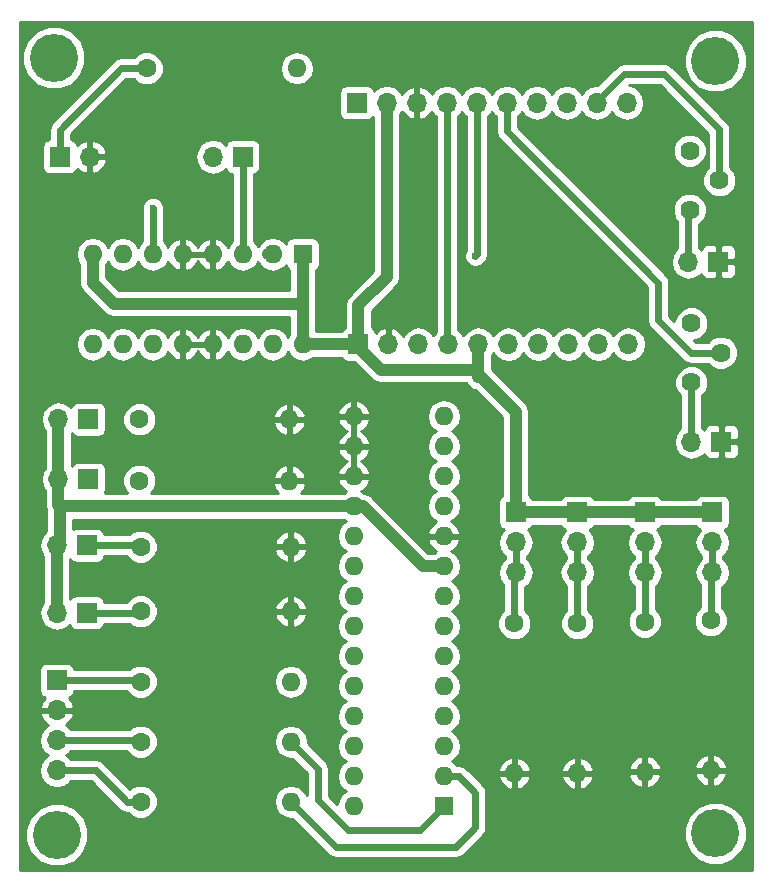
<source format=gbr>
G04 #@! TF.FileFunction,Copper,L1,Top,Signal*
%FSLAX46Y46*%
G04 Gerber Fmt 4.6, Leading zero omitted, Abs format (unit mm)*
G04 Created by KiCad (PCBNEW 4.0.6) date Fri Jul 14 14:02:12 2017*
%MOMM*%
%LPD*%
G01*
G04 APERTURE LIST*
%ADD10C,0.100000*%
%ADD11C,4.064000*%
%ADD12R,1.700000X1.700000*%
%ADD13O,1.700000X1.700000*%
%ADD14C,1.600000*%
%ADD15O,1.600000X1.600000*%
%ADD16C,1.620000*%
%ADD17R,1.600000X1.600000*%
%ADD18C,0.600000*%
%ADD19C,0.600000*%
%ADD20C,1.000000*%
%ADD21C,0.254000*%
G04 APERTURE END LIST*
D10*
D11*
X16510000Y-82042000D03*
X72263000Y-16510000D03*
X16256000Y-16256000D03*
D12*
X16764000Y-24638000D03*
D13*
X19304000Y-24638000D03*
D12*
X16510000Y-68961000D03*
D13*
X16510000Y-71501000D03*
X16510000Y-74041000D03*
X16510000Y-76581000D03*
D12*
X41910000Y-20066000D03*
D13*
X44450000Y-20066000D03*
X46990000Y-20066000D03*
X49530000Y-20066000D03*
X52070000Y-20066000D03*
X54610000Y-20066000D03*
X57150000Y-20066000D03*
X59690000Y-20066000D03*
X62230000Y-20066000D03*
X64770000Y-20066000D03*
D12*
X42037000Y-40513000D03*
D13*
X44577000Y-40513000D03*
X47117000Y-40513000D03*
X49657000Y-40513000D03*
X52197000Y-40513000D03*
X54737000Y-40513000D03*
X57277000Y-40513000D03*
X59817000Y-40513000D03*
X62357000Y-40513000D03*
X64897000Y-40513000D03*
D12*
X32258000Y-24638000D03*
D13*
X29718000Y-24638000D03*
D12*
X72517000Y-33528000D03*
D13*
X69977000Y-33528000D03*
D12*
X72771000Y-48768000D03*
D13*
X70231000Y-48768000D03*
D14*
X55245000Y-64135000D03*
D15*
X55245000Y-76835000D03*
D14*
X60579000Y-64135000D03*
D15*
X60579000Y-76835000D03*
D14*
X66294000Y-64008000D03*
D15*
X66294000Y-76708000D03*
D14*
X71882000Y-63881000D03*
D15*
X71882000Y-76581000D03*
D14*
X24130000Y-17145000D03*
D15*
X36830000Y-17145000D03*
D14*
X23622000Y-74168000D03*
D15*
X36322000Y-74168000D03*
D14*
X23622000Y-79248000D03*
D15*
X36322000Y-79248000D03*
D14*
X23622000Y-69088000D03*
D15*
X36322000Y-69088000D03*
D16*
X70104000Y-29130000D03*
X72604000Y-26630000D03*
X70104000Y-24130000D03*
X70231000Y-43735000D03*
X72731000Y-41235000D03*
X70231000Y-38735000D03*
D12*
X55372000Y-54737000D03*
D13*
X55372000Y-57277000D03*
X55372000Y-59817000D03*
D12*
X60579000Y-54737000D03*
D13*
X60579000Y-57277000D03*
X60579000Y-59817000D03*
D12*
X66294000Y-54737000D03*
D13*
X66294000Y-57277000D03*
X66294000Y-59817000D03*
D12*
X72009000Y-54737000D03*
D13*
X72009000Y-57277000D03*
X72009000Y-59817000D03*
D12*
X19177000Y-51943000D03*
D13*
X16637000Y-51943000D03*
D12*
X19050000Y-57531000D03*
D13*
X16510000Y-57531000D03*
D12*
X19050000Y-63246000D03*
D13*
X16510000Y-63246000D03*
D12*
X19177000Y-46863000D03*
D13*
X16637000Y-46863000D03*
D17*
X37338000Y-32893000D03*
D15*
X19558000Y-40513000D03*
X34798000Y-32893000D03*
X22098000Y-40513000D03*
X32258000Y-32893000D03*
X24638000Y-40513000D03*
X29718000Y-32893000D03*
X27178000Y-40513000D03*
X27178000Y-32893000D03*
X29718000Y-40513000D03*
X24638000Y-32893000D03*
X32258000Y-40513000D03*
X22098000Y-32893000D03*
X34798000Y-40513000D03*
X19558000Y-32893000D03*
X37338000Y-40513000D03*
D17*
X49276000Y-79629000D03*
D15*
X41656000Y-46609000D03*
X49276000Y-77089000D03*
X41656000Y-49149000D03*
X49276000Y-74549000D03*
X41656000Y-51689000D03*
X49276000Y-72009000D03*
X41656000Y-54229000D03*
X49276000Y-69469000D03*
X41656000Y-56769000D03*
X49276000Y-66929000D03*
X41656000Y-59309000D03*
X49276000Y-64389000D03*
X41656000Y-61849000D03*
X49276000Y-61849000D03*
X41656000Y-64389000D03*
X49276000Y-59309000D03*
X41656000Y-66929000D03*
X49276000Y-56769000D03*
X41656000Y-69469000D03*
X49276000Y-54229000D03*
X41656000Y-72009000D03*
X49276000Y-51689000D03*
X41656000Y-74549000D03*
X49276000Y-49149000D03*
X41656000Y-77089000D03*
X49276000Y-46609000D03*
X41656000Y-79629000D03*
D14*
X23495000Y-52070000D03*
D15*
X36195000Y-52070000D03*
D14*
X23622000Y-57658000D03*
D15*
X36322000Y-57658000D03*
D14*
X23622000Y-63119000D03*
D15*
X36322000Y-63119000D03*
D14*
X23495000Y-46863000D03*
D15*
X36195000Y-46863000D03*
D11*
X72263000Y-81915000D03*
D18*
X51943000Y-33020000D03*
X24638000Y-28956000D03*
D19*
X16764000Y-24638000D02*
X16764000Y-22352000D01*
X21971000Y-17145000D02*
X24130000Y-17145000D01*
X16764000Y-22352000D02*
X21971000Y-17145000D01*
X16510000Y-68961000D02*
X23495000Y-68961000D01*
X23495000Y-68961000D02*
X23622000Y-69088000D01*
X16510000Y-74041000D02*
X23495000Y-74041000D01*
X23495000Y-74041000D02*
X23622000Y-74168000D01*
X16510000Y-76581000D02*
X19812000Y-76581000D01*
X22479000Y-79248000D02*
X23622000Y-79248000D01*
X19812000Y-76581000D02*
X22479000Y-79248000D01*
D20*
X16510000Y-57531000D02*
X16510000Y-63246000D01*
X16764000Y-54229000D02*
X16764000Y-57277000D01*
X16764000Y-57277000D02*
X16510000Y-57531000D01*
X16637000Y-46863000D02*
X16637000Y-51943000D01*
X41656000Y-54229000D02*
X16764000Y-54229000D01*
X16637000Y-54102000D02*
X16637000Y-51943000D01*
X16764000Y-54229000D02*
X16637000Y-54102000D01*
X41656000Y-54229000D02*
X42418000Y-54229000D01*
X42418000Y-54229000D02*
X47498000Y-59309000D01*
X47498000Y-59309000D02*
X49276000Y-59309000D01*
X16637000Y-51943000D02*
X16510000Y-52070000D01*
X19558000Y-32893000D02*
X19558000Y-35306000D01*
X21336000Y-37084000D02*
X37338000Y-37084000D01*
X19558000Y-35306000D02*
X21336000Y-37084000D01*
X37338000Y-32893000D02*
X37338000Y-37084000D01*
X37338000Y-37084000D02*
X37338000Y-40513000D01*
X42037000Y-40513000D02*
X37338000Y-40513000D01*
X42037000Y-40513000D02*
X42037000Y-40767000D01*
X42037000Y-40767000D02*
X43942000Y-42672000D01*
X43942000Y-42672000D02*
X52197000Y-42672000D01*
X44450000Y-20066000D02*
X44450000Y-34798000D01*
X44450000Y-34798000D02*
X42037000Y-37211000D01*
X42037000Y-37211000D02*
X42037000Y-40513000D01*
X55372000Y-54737000D02*
X60579000Y-54737000D01*
X60579000Y-54737000D02*
X66294000Y-54737000D01*
X66294000Y-54737000D02*
X72009000Y-54737000D01*
X52197000Y-43307000D02*
X52451000Y-43307000D01*
X55372000Y-46228000D02*
X55372000Y-54737000D01*
X52451000Y-43307000D02*
X55372000Y-46228000D01*
X52197000Y-43307000D02*
X52197000Y-42672000D01*
X52197000Y-42672000D02*
X52197000Y-40513000D01*
D19*
X49530000Y-20066000D02*
X49530000Y-40386000D01*
X49530000Y-40386000D02*
X49657000Y-40513000D01*
X52070000Y-32893000D02*
X52070000Y-20066000D01*
X51943000Y-33020000D02*
X52070000Y-32893000D01*
X72731000Y-41235000D02*
X70191000Y-41235000D01*
X54610000Y-22479000D02*
X54610000Y-20066000D01*
X67437000Y-35306000D02*
X54610000Y-22479000D01*
X67437000Y-38481000D02*
X67437000Y-35306000D01*
X70191000Y-41235000D02*
X67437000Y-38481000D01*
X59690000Y-20066000D02*
X59690000Y-19812000D01*
X62230000Y-20066000D02*
X62230000Y-19939000D01*
X62230000Y-19939000D02*
X64516000Y-17653000D01*
X64516000Y-17653000D02*
X67945000Y-17653000D01*
X67945000Y-17653000D02*
X72604000Y-22312000D01*
X72604000Y-22312000D02*
X72604000Y-26630000D01*
D20*
X34544000Y-32893000D02*
X34417000Y-32893000D01*
D19*
X55245000Y-64135000D02*
X55245000Y-59944000D01*
X55245000Y-59944000D02*
X55372000Y-59817000D01*
X55372000Y-59817000D02*
X55372000Y-57277000D01*
X60579000Y-64135000D02*
X60579000Y-59817000D01*
X60579000Y-59817000D02*
X60579000Y-57277000D01*
X66294000Y-64008000D02*
X66294000Y-59817000D01*
X66294000Y-59817000D02*
X66294000Y-57277000D01*
X71882000Y-63881000D02*
X71882000Y-59944000D01*
X71882000Y-59944000D02*
X72009000Y-59817000D01*
X72009000Y-59817000D02*
X72009000Y-57277000D01*
X32258000Y-32893000D02*
X32258000Y-24638000D01*
X24638000Y-32893000D02*
X24638000Y-28956000D01*
X69977000Y-33528000D02*
X69977000Y-29257000D01*
X69977000Y-29257000D02*
X70104000Y-29130000D01*
X70231000Y-43735000D02*
X70231000Y-48768000D01*
X49276000Y-79629000D02*
X47244000Y-81661000D01*
X38608000Y-76454000D02*
X36322000Y-74168000D01*
X38608000Y-79121000D02*
X38608000Y-76454000D01*
X41148000Y-81661000D02*
X38608000Y-79121000D01*
X47244000Y-81661000D02*
X41148000Y-81661000D01*
X36322000Y-79248000D02*
X40132000Y-83058000D01*
X40132000Y-83058000D02*
X50292000Y-83058000D01*
X50292000Y-83058000D02*
X51943000Y-81407000D01*
X51943000Y-81407000D02*
X51943000Y-78486000D01*
X51943000Y-78486000D02*
X50546000Y-77089000D01*
X50546000Y-77089000D02*
X49276000Y-77089000D01*
X36322000Y-79248000D02*
X36449000Y-79248000D01*
X23495000Y-57531000D02*
X19050000Y-57531000D01*
X19050000Y-63246000D02*
X23495000Y-63246000D01*
D21*
G36*
X75388000Y-85040000D02*
X13385000Y-85040000D01*
X13385000Y-82570172D01*
X13842538Y-82570172D01*
X14247709Y-83550761D01*
X14997293Y-84301655D01*
X15977173Y-84708536D01*
X17038172Y-84709462D01*
X18018761Y-84304291D01*
X18769655Y-83554707D01*
X19176536Y-82574827D01*
X19177462Y-81513828D01*
X18772291Y-80533239D01*
X18022707Y-79782345D01*
X17042827Y-79375464D01*
X15981828Y-79374538D01*
X15001239Y-79779709D01*
X14250345Y-80529293D01*
X13843464Y-81509173D01*
X13842538Y-82570172D01*
X13385000Y-82570172D01*
X13385000Y-74041000D01*
X14995907Y-74041000D01*
X15108946Y-74609285D01*
X15430853Y-75091054D01*
X15760026Y-75311000D01*
X15430853Y-75530946D01*
X15108946Y-76012715D01*
X14995907Y-76581000D01*
X15108946Y-77149285D01*
X15430853Y-77631054D01*
X15912622Y-77952961D01*
X16480907Y-78066000D01*
X16539093Y-78066000D01*
X17107378Y-77952961D01*
X17589147Y-77631054D01*
X17666023Y-77516000D01*
X19424710Y-77516000D01*
X21817855Y-79909145D01*
X22121191Y-80111827D01*
X22180556Y-80123636D01*
X22479000Y-80183001D01*
X22479005Y-80183000D01*
X22527742Y-80183000D01*
X22808077Y-80463824D01*
X23335309Y-80682750D01*
X23906187Y-80683248D01*
X24433800Y-80465243D01*
X24837824Y-80061923D01*
X25056750Y-79534691D01*
X25057248Y-78963813D01*
X24839243Y-78436200D01*
X24435923Y-78032176D01*
X23908691Y-77813250D01*
X23337813Y-77812752D01*
X22810200Y-78030757D01*
X22697025Y-78143735D01*
X20473145Y-75919855D01*
X20169809Y-75717173D01*
X19812000Y-75646000D01*
X17666023Y-75646000D01*
X17589147Y-75530946D01*
X17259974Y-75311000D01*
X17589147Y-75091054D01*
X17666023Y-74976000D01*
X22403187Y-74976000D01*
X22404757Y-74979800D01*
X22808077Y-75383824D01*
X23335309Y-75602750D01*
X23906187Y-75603248D01*
X24433800Y-75385243D01*
X24837824Y-74981923D01*
X25056750Y-74454691D01*
X25057248Y-73883813D01*
X24839243Y-73356200D01*
X24435923Y-72952176D01*
X23908691Y-72733250D01*
X23337813Y-72732752D01*
X22810200Y-72950757D01*
X22654686Y-73106000D01*
X17666023Y-73106000D01*
X17589147Y-72990946D01*
X17248447Y-72763298D01*
X17391358Y-72696183D01*
X17781645Y-72267924D01*
X17951476Y-71857890D01*
X17830155Y-71628000D01*
X16637000Y-71628000D01*
X16637000Y-71648000D01*
X16383000Y-71648000D01*
X16383000Y-71628000D01*
X15189845Y-71628000D01*
X15068524Y-71857890D01*
X15238355Y-72267924D01*
X15628642Y-72696183D01*
X15771553Y-72763298D01*
X15430853Y-72990946D01*
X15108946Y-73472715D01*
X14995907Y-74041000D01*
X13385000Y-74041000D01*
X13385000Y-68111000D01*
X15012560Y-68111000D01*
X15012560Y-69811000D01*
X15056838Y-70046317D01*
X15195910Y-70262441D01*
X15408110Y-70407431D01*
X15516107Y-70429301D01*
X15238355Y-70734076D01*
X15068524Y-71144110D01*
X15189845Y-71374000D01*
X16383000Y-71374000D01*
X16383000Y-71354000D01*
X16637000Y-71354000D01*
X16637000Y-71374000D01*
X17830155Y-71374000D01*
X17951476Y-71144110D01*
X17781645Y-70734076D01*
X17505499Y-70431063D01*
X17595317Y-70414162D01*
X17811441Y-70275090D01*
X17956431Y-70062890D01*
X17990227Y-69896000D01*
X22403187Y-69896000D01*
X22404757Y-69899800D01*
X22808077Y-70303824D01*
X23335309Y-70522750D01*
X23906187Y-70523248D01*
X24433800Y-70305243D01*
X24837824Y-69901923D01*
X25056750Y-69374691D01*
X25057000Y-69088000D01*
X34858887Y-69088000D01*
X34968120Y-69637151D01*
X35279189Y-70102698D01*
X35744736Y-70413767D01*
X36293887Y-70523000D01*
X36350113Y-70523000D01*
X36899264Y-70413767D01*
X37364811Y-70102698D01*
X37675880Y-69637151D01*
X37785113Y-69088000D01*
X37675880Y-68538849D01*
X37364811Y-68073302D01*
X36899264Y-67762233D01*
X36350113Y-67653000D01*
X36293887Y-67653000D01*
X35744736Y-67762233D01*
X35279189Y-68073302D01*
X34968120Y-68538849D01*
X34858887Y-69088000D01*
X25057000Y-69088000D01*
X25057248Y-68803813D01*
X24839243Y-68276200D01*
X24435923Y-67872176D01*
X23908691Y-67653250D01*
X23337813Y-67652752D01*
X22810200Y-67870757D01*
X22654686Y-68026000D01*
X17991446Y-68026000D01*
X17963162Y-67875683D01*
X17824090Y-67659559D01*
X17611890Y-67514569D01*
X17360000Y-67463560D01*
X15660000Y-67463560D01*
X15424683Y-67507838D01*
X15208559Y-67646910D01*
X15063569Y-67859110D01*
X15012560Y-68111000D01*
X13385000Y-68111000D01*
X13385000Y-57501907D01*
X15025000Y-57501907D01*
X15025000Y-57560093D01*
X15138039Y-58128378D01*
X15375000Y-58483016D01*
X15375000Y-62293984D01*
X15138039Y-62648622D01*
X15025000Y-63216907D01*
X15025000Y-63275093D01*
X15138039Y-63843378D01*
X15459946Y-64325147D01*
X15941715Y-64647054D01*
X16510000Y-64760093D01*
X17078285Y-64647054D01*
X17560054Y-64325147D01*
X17587850Y-64283548D01*
X17596838Y-64331317D01*
X17735910Y-64547441D01*
X17948110Y-64692431D01*
X18200000Y-64743440D01*
X19900000Y-64743440D01*
X20135317Y-64699162D01*
X20351441Y-64560090D01*
X20496431Y-64347890D01*
X20530227Y-64181000D01*
X22654521Y-64181000D01*
X22808077Y-64334824D01*
X23335309Y-64553750D01*
X23906187Y-64554248D01*
X24433800Y-64336243D01*
X24837824Y-63932923D01*
X25030860Y-63468039D01*
X34930096Y-63468039D01*
X35090959Y-63856423D01*
X35466866Y-64271389D01*
X35972959Y-64510914D01*
X36195000Y-64389629D01*
X36195000Y-63246000D01*
X36449000Y-63246000D01*
X36449000Y-64389629D01*
X36671041Y-64510914D01*
X37177134Y-64271389D01*
X37553041Y-63856423D01*
X37713904Y-63468039D01*
X37591915Y-63246000D01*
X36449000Y-63246000D01*
X36195000Y-63246000D01*
X35052085Y-63246000D01*
X34930096Y-63468039D01*
X25030860Y-63468039D01*
X25056750Y-63405691D01*
X25057248Y-62834813D01*
X25030452Y-62769961D01*
X34930096Y-62769961D01*
X35052085Y-62992000D01*
X36195000Y-62992000D01*
X36195000Y-61848371D01*
X36449000Y-61848371D01*
X36449000Y-62992000D01*
X37591915Y-62992000D01*
X37713904Y-62769961D01*
X37553041Y-62381577D01*
X37177134Y-61966611D01*
X36671041Y-61727086D01*
X36449000Y-61848371D01*
X36195000Y-61848371D01*
X35972959Y-61727086D01*
X35466866Y-61966611D01*
X35090959Y-62381577D01*
X34930096Y-62769961D01*
X25030452Y-62769961D01*
X24839243Y-62307200D01*
X24435923Y-61903176D01*
X23908691Y-61684250D01*
X23337813Y-61683752D01*
X22810200Y-61901757D01*
X22406176Y-62305077D01*
X22403717Y-62311000D01*
X20531446Y-62311000D01*
X20503162Y-62160683D01*
X20364090Y-61944559D01*
X20151890Y-61799569D01*
X19900000Y-61748560D01*
X18200000Y-61748560D01*
X17964683Y-61792838D01*
X17748559Y-61931910D01*
X17645000Y-62083474D01*
X17645000Y-58691163D01*
X17735910Y-58832441D01*
X17948110Y-58977431D01*
X18200000Y-59028440D01*
X19900000Y-59028440D01*
X20135317Y-58984162D01*
X20351441Y-58845090D01*
X20496431Y-58632890D01*
X20530227Y-58466000D01*
X22403187Y-58466000D01*
X22404757Y-58469800D01*
X22808077Y-58873824D01*
X23335309Y-59092750D01*
X23906187Y-59093248D01*
X24433800Y-58875243D01*
X24837824Y-58471923D01*
X25030860Y-58007039D01*
X34930096Y-58007039D01*
X35090959Y-58395423D01*
X35466866Y-58810389D01*
X35972959Y-59049914D01*
X36195000Y-58928629D01*
X36195000Y-57785000D01*
X36449000Y-57785000D01*
X36449000Y-58928629D01*
X36671041Y-59049914D01*
X37177134Y-58810389D01*
X37553041Y-58395423D01*
X37713904Y-58007039D01*
X37591915Y-57785000D01*
X36449000Y-57785000D01*
X36195000Y-57785000D01*
X35052085Y-57785000D01*
X34930096Y-58007039D01*
X25030860Y-58007039D01*
X25056750Y-57944691D01*
X25057248Y-57373813D01*
X25030452Y-57308961D01*
X34930096Y-57308961D01*
X35052085Y-57531000D01*
X36195000Y-57531000D01*
X36195000Y-56387371D01*
X36449000Y-56387371D01*
X36449000Y-57531000D01*
X37591915Y-57531000D01*
X37713904Y-57308961D01*
X37553041Y-56920577D01*
X37177134Y-56505611D01*
X36671041Y-56266086D01*
X36449000Y-56387371D01*
X36195000Y-56387371D01*
X35972959Y-56266086D01*
X35466866Y-56505611D01*
X35090959Y-56920577D01*
X34930096Y-57308961D01*
X25030452Y-57308961D01*
X24839243Y-56846200D01*
X24435923Y-56442176D01*
X23908691Y-56223250D01*
X23337813Y-56222752D01*
X22810200Y-56440757D01*
X22654686Y-56596000D01*
X20531446Y-56596000D01*
X20503162Y-56445683D01*
X20364090Y-56229559D01*
X20151890Y-56084569D01*
X19900000Y-56033560D01*
X18200000Y-56033560D01*
X17964683Y-56077838D01*
X17899000Y-56120104D01*
X17899000Y-55364000D01*
X40793233Y-55364000D01*
X40995275Y-55499000D01*
X40613189Y-55754302D01*
X40302120Y-56219849D01*
X40192887Y-56769000D01*
X40302120Y-57318151D01*
X40613189Y-57783698D01*
X40995275Y-58039000D01*
X40613189Y-58294302D01*
X40302120Y-58759849D01*
X40192887Y-59309000D01*
X40302120Y-59858151D01*
X40613189Y-60323698D01*
X40995275Y-60579000D01*
X40613189Y-60834302D01*
X40302120Y-61299849D01*
X40192887Y-61849000D01*
X40302120Y-62398151D01*
X40613189Y-62863698D01*
X40995275Y-63119000D01*
X40613189Y-63374302D01*
X40302120Y-63839849D01*
X40192887Y-64389000D01*
X40302120Y-64938151D01*
X40613189Y-65403698D01*
X40995275Y-65659000D01*
X40613189Y-65914302D01*
X40302120Y-66379849D01*
X40192887Y-66929000D01*
X40302120Y-67478151D01*
X40613189Y-67943698D01*
X40995275Y-68199000D01*
X40613189Y-68454302D01*
X40302120Y-68919849D01*
X40192887Y-69469000D01*
X40302120Y-70018151D01*
X40613189Y-70483698D01*
X40995275Y-70739000D01*
X40613189Y-70994302D01*
X40302120Y-71459849D01*
X40192887Y-72009000D01*
X40302120Y-72558151D01*
X40613189Y-73023698D01*
X40995275Y-73279000D01*
X40613189Y-73534302D01*
X40302120Y-73999849D01*
X40192887Y-74549000D01*
X40302120Y-75098151D01*
X40613189Y-75563698D01*
X40995275Y-75819000D01*
X40613189Y-76074302D01*
X40302120Y-76539849D01*
X40192887Y-77089000D01*
X40302120Y-77638151D01*
X40613189Y-78103698D01*
X40995275Y-78359000D01*
X40613189Y-78614302D01*
X40302120Y-79079849D01*
X40233602Y-79424312D01*
X39543000Y-78733710D01*
X39543000Y-76454000D01*
X39471827Y-76096191D01*
X39269145Y-75792855D01*
X37761749Y-74285459D01*
X37785113Y-74168000D01*
X37675880Y-73618849D01*
X37364811Y-73153302D01*
X36899264Y-72842233D01*
X36350113Y-72733000D01*
X36293887Y-72733000D01*
X35744736Y-72842233D01*
X35279189Y-73153302D01*
X34968120Y-73618849D01*
X34858887Y-74168000D01*
X34968120Y-74717151D01*
X35279189Y-75182698D01*
X35744736Y-75493767D01*
X36293887Y-75603000D01*
X36350113Y-75603000D01*
X36420674Y-75588964D01*
X37673000Y-76841290D01*
X37673000Y-78694539D01*
X37364811Y-78233302D01*
X36899264Y-77922233D01*
X36350113Y-77813000D01*
X36293887Y-77813000D01*
X35744736Y-77922233D01*
X35279189Y-78233302D01*
X34968120Y-78698849D01*
X34858887Y-79248000D01*
X34968120Y-79797151D01*
X35279189Y-80262698D01*
X35744736Y-80573767D01*
X36293887Y-80683000D01*
X36350113Y-80683000D01*
X36420674Y-80668964D01*
X39470855Y-83719145D01*
X39774191Y-83921827D01*
X40132000Y-83993000D01*
X50292000Y-83993000D01*
X50649809Y-83921827D01*
X50953145Y-83719145D01*
X52229118Y-82443172D01*
X69595538Y-82443172D01*
X70000709Y-83423761D01*
X70750293Y-84174655D01*
X71730173Y-84581536D01*
X72791172Y-84582462D01*
X73771761Y-84177291D01*
X74522655Y-83427707D01*
X74929536Y-82447827D01*
X74930462Y-81386828D01*
X74525291Y-80406239D01*
X73775707Y-79655345D01*
X72795827Y-79248464D01*
X71734828Y-79247538D01*
X70754239Y-79652709D01*
X70003345Y-80402293D01*
X69596464Y-81382173D01*
X69595538Y-82443172D01*
X52229118Y-82443172D01*
X52604145Y-82068145D01*
X52637111Y-82018808D01*
X52806827Y-81764809D01*
X52827476Y-81661000D01*
X52878001Y-81407000D01*
X52878000Y-81406995D01*
X52878000Y-78486000D01*
X52806827Y-78128191D01*
X52604145Y-77824855D01*
X51963331Y-77184041D01*
X53853086Y-77184041D01*
X54092611Y-77690134D01*
X54507577Y-78066041D01*
X54895961Y-78226904D01*
X55118000Y-78104915D01*
X55118000Y-76962000D01*
X55372000Y-76962000D01*
X55372000Y-78104915D01*
X55594039Y-78226904D01*
X55982423Y-78066041D01*
X56397389Y-77690134D01*
X56636914Y-77184041D01*
X59187086Y-77184041D01*
X59426611Y-77690134D01*
X59841577Y-78066041D01*
X60229961Y-78226904D01*
X60452000Y-78104915D01*
X60452000Y-76962000D01*
X60706000Y-76962000D01*
X60706000Y-78104915D01*
X60928039Y-78226904D01*
X61316423Y-78066041D01*
X61731389Y-77690134D01*
X61970914Y-77184041D01*
X61901544Y-77057041D01*
X64902086Y-77057041D01*
X65141611Y-77563134D01*
X65556577Y-77939041D01*
X65944961Y-78099904D01*
X66167000Y-77977915D01*
X66167000Y-76835000D01*
X66421000Y-76835000D01*
X66421000Y-77977915D01*
X66643039Y-78099904D01*
X67031423Y-77939041D01*
X67446389Y-77563134D01*
X67685914Y-77057041D01*
X67616544Y-76930041D01*
X70490086Y-76930041D01*
X70729611Y-77436134D01*
X71144577Y-77812041D01*
X71532961Y-77972904D01*
X71755000Y-77850915D01*
X71755000Y-76708000D01*
X72009000Y-76708000D01*
X72009000Y-77850915D01*
X72231039Y-77972904D01*
X72619423Y-77812041D01*
X73034389Y-77436134D01*
X73273914Y-76930041D01*
X73152629Y-76708000D01*
X72009000Y-76708000D01*
X71755000Y-76708000D01*
X70611371Y-76708000D01*
X70490086Y-76930041D01*
X67616544Y-76930041D01*
X67564629Y-76835000D01*
X66421000Y-76835000D01*
X66167000Y-76835000D01*
X65023371Y-76835000D01*
X64902086Y-77057041D01*
X61901544Y-77057041D01*
X61849629Y-76962000D01*
X60706000Y-76962000D01*
X60452000Y-76962000D01*
X59308371Y-76962000D01*
X59187086Y-77184041D01*
X56636914Y-77184041D01*
X56515629Y-76962000D01*
X55372000Y-76962000D01*
X55118000Y-76962000D01*
X53974371Y-76962000D01*
X53853086Y-77184041D01*
X51963331Y-77184041D01*
X51265249Y-76485959D01*
X53853086Y-76485959D01*
X53974371Y-76708000D01*
X55118000Y-76708000D01*
X55118000Y-75565085D01*
X55372000Y-75565085D01*
X55372000Y-76708000D01*
X56515629Y-76708000D01*
X56636914Y-76485959D01*
X59187086Y-76485959D01*
X59308371Y-76708000D01*
X60452000Y-76708000D01*
X60452000Y-75565085D01*
X60706000Y-75565085D01*
X60706000Y-76708000D01*
X61849629Y-76708000D01*
X61970914Y-76485959D01*
X61910808Y-76358959D01*
X64902086Y-76358959D01*
X65023371Y-76581000D01*
X66167000Y-76581000D01*
X66167000Y-75438085D01*
X66421000Y-75438085D01*
X66421000Y-76581000D01*
X67564629Y-76581000D01*
X67685914Y-76358959D01*
X67625808Y-76231959D01*
X70490086Y-76231959D01*
X70611371Y-76454000D01*
X71755000Y-76454000D01*
X71755000Y-75311085D01*
X72009000Y-75311085D01*
X72009000Y-76454000D01*
X73152629Y-76454000D01*
X73273914Y-76231959D01*
X73034389Y-75725866D01*
X72619423Y-75349959D01*
X72231039Y-75189096D01*
X72009000Y-75311085D01*
X71755000Y-75311085D01*
X71532961Y-75189096D01*
X71144577Y-75349959D01*
X70729611Y-75725866D01*
X70490086Y-76231959D01*
X67625808Y-76231959D01*
X67446389Y-75852866D01*
X67031423Y-75476959D01*
X66643039Y-75316096D01*
X66421000Y-75438085D01*
X66167000Y-75438085D01*
X65944961Y-75316096D01*
X65556577Y-75476959D01*
X65141611Y-75852866D01*
X64902086Y-76358959D01*
X61910808Y-76358959D01*
X61731389Y-75979866D01*
X61316423Y-75603959D01*
X60928039Y-75443096D01*
X60706000Y-75565085D01*
X60452000Y-75565085D01*
X60229961Y-75443096D01*
X59841577Y-75603959D01*
X59426611Y-75979866D01*
X59187086Y-76485959D01*
X56636914Y-76485959D01*
X56397389Y-75979866D01*
X55982423Y-75603959D01*
X55594039Y-75443096D01*
X55372000Y-75565085D01*
X55118000Y-75565085D01*
X54895961Y-75443096D01*
X54507577Y-75603959D01*
X54092611Y-75979866D01*
X53853086Y-76485959D01*
X51265249Y-76485959D01*
X51207145Y-76427855D01*
X50903809Y-76225173D01*
X50546000Y-76154000D01*
X50372064Y-76154000D01*
X50318811Y-76074302D01*
X49936725Y-75819000D01*
X50318811Y-75563698D01*
X50629880Y-75098151D01*
X50739113Y-74549000D01*
X50629880Y-73999849D01*
X50318811Y-73534302D01*
X49936725Y-73279000D01*
X50318811Y-73023698D01*
X50629880Y-72558151D01*
X50739113Y-72009000D01*
X50629880Y-71459849D01*
X50318811Y-70994302D01*
X49936725Y-70739000D01*
X50318811Y-70483698D01*
X50629880Y-70018151D01*
X50739113Y-69469000D01*
X50629880Y-68919849D01*
X50318811Y-68454302D01*
X49936725Y-68199000D01*
X50318811Y-67943698D01*
X50629880Y-67478151D01*
X50739113Y-66929000D01*
X50629880Y-66379849D01*
X50318811Y-65914302D01*
X49936725Y-65659000D01*
X50318811Y-65403698D01*
X50629880Y-64938151D01*
X50739113Y-64389000D01*
X50629880Y-63839849D01*
X50318811Y-63374302D01*
X49936725Y-63119000D01*
X50318811Y-62863698D01*
X50629880Y-62398151D01*
X50739113Y-61849000D01*
X50629880Y-61299849D01*
X50318811Y-60834302D01*
X49936725Y-60579000D01*
X50318811Y-60323698D01*
X50629880Y-59858151D01*
X50739113Y-59309000D01*
X50629880Y-58759849D01*
X50318811Y-58294302D01*
X49914297Y-58024014D01*
X50131134Y-57921389D01*
X50507041Y-57506423D01*
X50667904Y-57118039D01*
X50545915Y-56896000D01*
X49403000Y-56896000D01*
X49403000Y-56916000D01*
X49149000Y-56916000D01*
X49149000Y-56896000D01*
X48006085Y-56896000D01*
X47884096Y-57118039D01*
X48044959Y-57506423D01*
X48420866Y-57921389D01*
X48637703Y-58024014D01*
X48413233Y-58174000D01*
X47968132Y-58174000D01*
X43220566Y-53426434D01*
X43165187Y-53389431D01*
X42852346Y-53180397D01*
X42561480Y-53122540D01*
X42294297Y-52944014D01*
X42511134Y-52841389D01*
X42887041Y-52426423D01*
X43047904Y-52038039D01*
X42925915Y-51816000D01*
X41783000Y-51816000D01*
X41783000Y-51836000D01*
X41529000Y-51836000D01*
X41529000Y-51816000D01*
X40386085Y-51816000D01*
X40264096Y-52038039D01*
X40424959Y-52426423D01*
X40800866Y-52841389D01*
X41017703Y-52944014D01*
X40793233Y-53094000D01*
X37166438Y-53094000D01*
X37426041Y-52807423D01*
X37586904Y-52419039D01*
X37464915Y-52197000D01*
X36322000Y-52197000D01*
X36322000Y-52217000D01*
X36068000Y-52217000D01*
X36068000Y-52197000D01*
X34925085Y-52197000D01*
X34803096Y-52419039D01*
X34963959Y-52807423D01*
X35223562Y-53094000D01*
X24500380Y-53094000D01*
X24710824Y-52883923D01*
X24929750Y-52356691D01*
X24930248Y-51785813D01*
X24903452Y-51720961D01*
X34803096Y-51720961D01*
X34925085Y-51943000D01*
X36068000Y-51943000D01*
X36068000Y-50799371D01*
X36322000Y-50799371D01*
X36322000Y-51943000D01*
X37464915Y-51943000D01*
X37586904Y-51720961D01*
X37426041Y-51332577D01*
X37050134Y-50917611D01*
X36544041Y-50678086D01*
X36322000Y-50799371D01*
X36068000Y-50799371D01*
X35845959Y-50678086D01*
X35339866Y-50917611D01*
X34963959Y-51332577D01*
X34803096Y-51720961D01*
X24903452Y-51720961D01*
X24712243Y-51258200D01*
X24308923Y-50854176D01*
X23781691Y-50635250D01*
X23210813Y-50634752D01*
X22683200Y-50852757D01*
X22279176Y-51256077D01*
X22060250Y-51783309D01*
X22059752Y-52354187D01*
X22277757Y-52881800D01*
X22489587Y-53094000D01*
X20589876Y-53094000D01*
X20623431Y-53044890D01*
X20674440Y-52793000D01*
X20674440Y-51093000D01*
X20630162Y-50857683D01*
X20491090Y-50641559D01*
X20278890Y-50496569D01*
X20027000Y-50445560D01*
X18327000Y-50445560D01*
X18091683Y-50489838D01*
X17875559Y-50628910D01*
X17772000Y-50780474D01*
X17772000Y-49498039D01*
X40264096Y-49498039D01*
X40424959Y-49886423D01*
X40800866Y-50301389D01*
X41049367Y-50419000D01*
X40800866Y-50536611D01*
X40424959Y-50951577D01*
X40264096Y-51339961D01*
X40386085Y-51562000D01*
X41529000Y-51562000D01*
X41529000Y-49276000D01*
X41783000Y-49276000D01*
X41783000Y-51562000D01*
X42925915Y-51562000D01*
X43047904Y-51339961D01*
X42887041Y-50951577D01*
X42511134Y-50536611D01*
X42262633Y-50419000D01*
X42511134Y-50301389D01*
X42887041Y-49886423D01*
X43047904Y-49498039D01*
X42925915Y-49276000D01*
X41783000Y-49276000D01*
X41529000Y-49276000D01*
X40386085Y-49276000D01*
X40264096Y-49498039D01*
X17772000Y-49498039D01*
X17772000Y-48023163D01*
X17862910Y-48164441D01*
X18075110Y-48309431D01*
X18327000Y-48360440D01*
X20027000Y-48360440D01*
X20262317Y-48316162D01*
X20478441Y-48177090D01*
X20623431Y-47964890D01*
X20674440Y-47713000D01*
X20674440Y-47147187D01*
X22059752Y-47147187D01*
X22277757Y-47674800D01*
X22681077Y-48078824D01*
X23208309Y-48297750D01*
X23779187Y-48298248D01*
X24306800Y-48080243D01*
X24710824Y-47676923D01*
X24903860Y-47212039D01*
X34803096Y-47212039D01*
X34963959Y-47600423D01*
X35339866Y-48015389D01*
X35845959Y-48254914D01*
X36068000Y-48133629D01*
X36068000Y-46990000D01*
X36322000Y-46990000D01*
X36322000Y-48133629D01*
X36544041Y-48254914D01*
X37050134Y-48015389D01*
X37426041Y-47600423D01*
X37586904Y-47212039D01*
X37464915Y-46990000D01*
X36322000Y-46990000D01*
X36068000Y-46990000D01*
X34925085Y-46990000D01*
X34803096Y-47212039D01*
X24903860Y-47212039D01*
X24929750Y-47149691D01*
X24929917Y-46958039D01*
X40264096Y-46958039D01*
X40424959Y-47346423D01*
X40800866Y-47761389D01*
X41049367Y-47879000D01*
X40800866Y-47996611D01*
X40424959Y-48411577D01*
X40264096Y-48799961D01*
X40386085Y-49022000D01*
X41529000Y-49022000D01*
X41529000Y-46736000D01*
X41783000Y-46736000D01*
X41783000Y-49022000D01*
X42925915Y-49022000D01*
X43047904Y-48799961D01*
X42887041Y-48411577D01*
X42511134Y-47996611D01*
X42262633Y-47879000D01*
X42511134Y-47761389D01*
X42887041Y-47346423D01*
X43047904Y-46958039D01*
X42925915Y-46736000D01*
X41783000Y-46736000D01*
X41529000Y-46736000D01*
X40386085Y-46736000D01*
X40264096Y-46958039D01*
X24929917Y-46958039D01*
X24930248Y-46578813D01*
X24903452Y-46513961D01*
X34803096Y-46513961D01*
X34925085Y-46736000D01*
X36068000Y-46736000D01*
X36068000Y-45592371D01*
X36322000Y-45592371D01*
X36322000Y-46736000D01*
X37464915Y-46736000D01*
X37534689Y-46609000D01*
X47812887Y-46609000D01*
X47922120Y-47158151D01*
X48233189Y-47623698D01*
X48615275Y-47879000D01*
X48233189Y-48134302D01*
X47922120Y-48599849D01*
X47812887Y-49149000D01*
X47922120Y-49698151D01*
X48233189Y-50163698D01*
X48615275Y-50419000D01*
X48233189Y-50674302D01*
X47922120Y-51139849D01*
X47812887Y-51689000D01*
X47922120Y-52238151D01*
X48233189Y-52703698D01*
X48615275Y-52959000D01*
X48233189Y-53214302D01*
X47922120Y-53679849D01*
X47812887Y-54229000D01*
X47922120Y-54778151D01*
X48233189Y-55243698D01*
X48637703Y-55513986D01*
X48420866Y-55616611D01*
X48044959Y-56031577D01*
X47884096Y-56419961D01*
X48006085Y-56642000D01*
X49149000Y-56642000D01*
X49149000Y-56622000D01*
X49403000Y-56622000D01*
X49403000Y-56642000D01*
X50545915Y-56642000D01*
X50667904Y-56419961D01*
X50507041Y-56031577D01*
X50131134Y-55616611D01*
X49914297Y-55513986D01*
X50318811Y-55243698D01*
X50629880Y-54778151D01*
X50739113Y-54229000D01*
X50629880Y-53679849D01*
X50318811Y-53214302D01*
X49936725Y-52959000D01*
X50318811Y-52703698D01*
X50629880Y-52238151D01*
X50739113Y-51689000D01*
X50629880Y-51139849D01*
X50318811Y-50674302D01*
X49936725Y-50419000D01*
X50318811Y-50163698D01*
X50629880Y-49698151D01*
X50739113Y-49149000D01*
X50629880Y-48599849D01*
X50318811Y-48134302D01*
X49936725Y-47879000D01*
X50318811Y-47623698D01*
X50629880Y-47158151D01*
X50739113Y-46609000D01*
X50629880Y-46059849D01*
X50318811Y-45594302D01*
X49853264Y-45283233D01*
X49304113Y-45174000D01*
X49247887Y-45174000D01*
X48698736Y-45283233D01*
X48233189Y-45594302D01*
X47922120Y-46059849D01*
X47812887Y-46609000D01*
X37534689Y-46609000D01*
X37586904Y-46513961D01*
X37481701Y-46259961D01*
X40264096Y-46259961D01*
X40386085Y-46482000D01*
X41529000Y-46482000D01*
X41529000Y-45338371D01*
X41783000Y-45338371D01*
X41783000Y-46482000D01*
X42925915Y-46482000D01*
X43047904Y-46259961D01*
X42887041Y-45871577D01*
X42511134Y-45456611D01*
X42005041Y-45217086D01*
X41783000Y-45338371D01*
X41529000Y-45338371D01*
X41306959Y-45217086D01*
X40800866Y-45456611D01*
X40424959Y-45871577D01*
X40264096Y-46259961D01*
X37481701Y-46259961D01*
X37426041Y-46125577D01*
X37050134Y-45710611D01*
X36544041Y-45471086D01*
X36322000Y-45592371D01*
X36068000Y-45592371D01*
X35845959Y-45471086D01*
X35339866Y-45710611D01*
X34963959Y-46125577D01*
X34803096Y-46513961D01*
X24903452Y-46513961D01*
X24712243Y-46051200D01*
X24308923Y-45647176D01*
X23781691Y-45428250D01*
X23210813Y-45427752D01*
X22683200Y-45645757D01*
X22279176Y-46049077D01*
X22060250Y-46576309D01*
X22059752Y-47147187D01*
X20674440Y-47147187D01*
X20674440Y-46013000D01*
X20630162Y-45777683D01*
X20491090Y-45561559D01*
X20278890Y-45416569D01*
X20027000Y-45365560D01*
X18327000Y-45365560D01*
X18091683Y-45409838D01*
X17875559Y-45548910D01*
X17730569Y-45761110D01*
X17716914Y-45828541D01*
X17687054Y-45783853D01*
X17205285Y-45461946D01*
X16637000Y-45348907D01*
X16068715Y-45461946D01*
X15586946Y-45783853D01*
X15265039Y-46265622D01*
X15152000Y-46833907D01*
X15152000Y-46892093D01*
X15265039Y-47460378D01*
X15502000Y-47815016D01*
X15502000Y-50990984D01*
X15265039Y-51345622D01*
X15152000Y-51913907D01*
X15152000Y-51972093D01*
X15265039Y-52540378D01*
X15502000Y-52895016D01*
X15502000Y-54102000D01*
X15588397Y-54536346D01*
X15629000Y-54597113D01*
X15629000Y-56338895D01*
X15459946Y-56451853D01*
X15138039Y-56933622D01*
X15025000Y-57501907D01*
X13385000Y-57501907D01*
X13385000Y-40484887D01*
X18123000Y-40484887D01*
X18123000Y-40541113D01*
X18232233Y-41090264D01*
X18543302Y-41555811D01*
X19008849Y-41866880D01*
X19558000Y-41976113D01*
X20107151Y-41866880D01*
X20572698Y-41555811D01*
X20828000Y-41173725D01*
X21083302Y-41555811D01*
X21548849Y-41866880D01*
X22098000Y-41976113D01*
X22647151Y-41866880D01*
X23112698Y-41555811D01*
X23368000Y-41173725D01*
X23623302Y-41555811D01*
X24088849Y-41866880D01*
X24638000Y-41976113D01*
X25187151Y-41866880D01*
X25652698Y-41555811D01*
X25922986Y-41151297D01*
X26025611Y-41368134D01*
X26440577Y-41744041D01*
X26828961Y-41904904D01*
X27051000Y-41782915D01*
X27051000Y-40640000D01*
X27305000Y-40640000D01*
X27305000Y-41782915D01*
X27527039Y-41904904D01*
X27915423Y-41744041D01*
X28330389Y-41368134D01*
X28448000Y-41119633D01*
X28565611Y-41368134D01*
X28980577Y-41744041D01*
X29368961Y-41904904D01*
X29591000Y-41782915D01*
X29591000Y-40640000D01*
X27305000Y-40640000D01*
X27051000Y-40640000D01*
X27031000Y-40640000D01*
X27031000Y-40386000D01*
X27051000Y-40386000D01*
X27051000Y-39243085D01*
X27305000Y-39243085D01*
X27305000Y-40386000D01*
X29591000Y-40386000D01*
X29591000Y-39243085D01*
X29368961Y-39121096D01*
X28980577Y-39281959D01*
X28565611Y-39657866D01*
X28448000Y-39906367D01*
X28330389Y-39657866D01*
X27915423Y-39281959D01*
X27527039Y-39121096D01*
X27305000Y-39243085D01*
X27051000Y-39243085D01*
X26828961Y-39121096D01*
X26440577Y-39281959D01*
X26025611Y-39657866D01*
X25922986Y-39874703D01*
X25652698Y-39470189D01*
X25187151Y-39159120D01*
X24638000Y-39049887D01*
X24088849Y-39159120D01*
X23623302Y-39470189D01*
X23368000Y-39852275D01*
X23112698Y-39470189D01*
X22647151Y-39159120D01*
X22098000Y-39049887D01*
X21548849Y-39159120D01*
X21083302Y-39470189D01*
X20828000Y-39852275D01*
X20572698Y-39470189D01*
X20107151Y-39159120D01*
X19558000Y-39049887D01*
X19008849Y-39159120D01*
X18543302Y-39470189D01*
X18232233Y-39935736D01*
X18123000Y-40484887D01*
X13385000Y-40484887D01*
X13385000Y-32864887D01*
X18123000Y-32864887D01*
X18123000Y-32921113D01*
X18232233Y-33470264D01*
X18423000Y-33755767D01*
X18423000Y-35306000D01*
X18509397Y-35740346D01*
X18706544Y-36035397D01*
X18755434Y-36108566D01*
X20533434Y-37886566D01*
X20901654Y-38132603D01*
X21336000Y-38219000D01*
X36203000Y-38219000D01*
X36203000Y-39650233D01*
X36068000Y-39852275D01*
X35812698Y-39470189D01*
X35347151Y-39159120D01*
X34798000Y-39049887D01*
X34248849Y-39159120D01*
X33783302Y-39470189D01*
X33528000Y-39852275D01*
X33272698Y-39470189D01*
X32807151Y-39159120D01*
X32258000Y-39049887D01*
X31708849Y-39159120D01*
X31243302Y-39470189D01*
X30973014Y-39874703D01*
X30870389Y-39657866D01*
X30455423Y-39281959D01*
X30067039Y-39121096D01*
X29845000Y-39243085D01*
X29845000Y-40386000D01*
X29865000Y-40386000D01*
X29865000Y-40640000D01*
X29845000Y-40640000D01*
X29845000Y-41782915D01*
X30067039Y-41904904D01*
X30455423Y-41744041D01*
X30870389Y-41368134D01*
X30973014Y-41151297D01*
X31243302Y-41555811D01*
X31708849Y-41866880D01*
X32258000Y-41976113D01*
X32807151Y-41866880D01*
X33272698Y-41555811D01*
X33528000Y-41173725D01*
X33783302Y-41555811D01*
X34248849Y-41866880D01*
X34798000Y-41976113D01*
X35347151Y-41866880D01*
X35812698Y-41555811D01*
X36068000Y-41173725D01*
X36323302Y-41555811D01*
X36788849Y-41866880D01*
X37338000Y-41976113D01*
X37887151Y-41866880D01*
X38214728Y-41648000D01*
X40615808Y-41648000D01*
X40722910Y-41814441D01*
X40935110Y-41959431D01*
X41187000Y-42010440D01*
X41675308Y-42010440D01*
X43139434Y-43474566D01*
X43507654Y-43720603D01*
X43942000Y-43807000D01*
X51192266Y-43807000D01*
X51394434Y-44109566D01*
X51762654Y-44355603D01*
X51927202Y-44388334D01*
X54237000Y-46698132D01*
X54237000Y-53315808D01*
X54070559Y-53422910D01*
X53925569Y-53635110D01*
X53874560Y-53887000D01*
X53874560Y-55587000D01*
X53918838Y-55822317D01*
X54057910Y-56038441D01*
X54270110Y-56183431D01*
X54337541Y-56197086D01*
X54292853Y-56226946D01*
X53970946Y-56708715D01*
X53857907Y-57277000D01*
X53970946Y-57845285D01*
X54292853Y-58327054D01*
X54437000Y-58423370D01*
X54437000Y-58670630D01*
X54292853Y-58766946D01*
X53970946Y-59248715D01*
X53857907Y-59817000D01*
X53970946Y-60385285D01*
X54292853Y-60867054D01*
X54310000Y-60878511D01*
X54310000Y-63040742D01*
X54029176Y-63321077D01*
X53810250Y-63848309D01*
X53809752Y-64419187D01*
X54027757Y-64946800D01*
X54431077Y-65350824D01*
X54958309Y-65569750D01*
X55529187Y-65570248D01*
X56056800Y-65352243D01*
X56460824Y-64948923D01*
X56679750Y-64421691D01*
X56680248Y-63850813D01*
X56462243Y-63323200D01*
X56180000Y-63040464D01*
X56180000Y-61048228D01*
X56451147Y-60867054D01*
X56773054Y-60385285D01*
X56886093Y-59817000D01*
X56773054Y-59248715D01*
X56451147Y-58766946D01*
X56307000Y-58670630D01*
X56307000Y-58423370D01*
X56451147Y-58327054D01*
X56773054Y-57845285D01*
X56886093Y-57277000D01*
X56773054Y-56708715D01*
X56451147Y-56226946D01*
X56409548Y-56199150D01*
X56457317Y-56190162D01*
X56673441Y-56051090D01*
X56795808Y-55872000D01*
X59157808Y-55872000D01*
X59264910Y-56038441D01*
X59477110Y-56183431D01*
X59544541Y-56197086D01*
X59499853Y-56226946D01*
X59177946Y-56708715D01*
X59064907Y-57277000D01*
X59177946Y-57845285D01*
X59499853Y-58327054D01*
X59644000Y-58423370D01*
X59644000Y-58670630D01*
X59499853Y-58766946D01*
X59177946Y-59248715D01*
X59064907Y-59817000D01*
X59177946Y-60385285D01*
X59499853Y-60867054D01*
X59644000Y-60963370D01*
X59644000Y-63040742D01*
X59363176Y-63321077D01*
X59144250Y-63848309D01*
X59143752Y-64419187D01*
X59361757Y-64946800D01*
X59765077Y-65350824D01*
X60292309Y-65569750D01*
X60863187Y-65570248D01*
X61390800Y-65352243D01*
X61794824Y-64948923D01*
X62013750Y-64421691D01*
X62014248Y-63850813D01*
X61796243Y-63323200D01*
X61514000Y-63040464D01*
X61514000Y-60963370D01*
X61658147Y-60867054D01*
X61980054Y-60385285D01*
X62093093Y-59817000D01*
X61980054Y-59248715D01*
X61658147Y-58766946D01*
X61514000Y-58670630D01*
X61514000Y-58423370D01*
X61658147Y-58327054D01*
X61980054Y-57845285D01*
X62093093Y-57277000D01*
X61980054Y-56708715D01*
X61658147Y-56226946D01*
X61616548Y-56199150D01*
X61664317Y-56190162D01*
X61880441Y-56051090D01*
X62002808Y-55872000D01*
X64872808Y-55872000D01*
X64979910Y-56038441D01*
X65192110Y-56183431D01*
X65259541Y-56197086D01*
X65214853Y-56226946D01*
X64892946Y-56708715D01*
X64779907Y-57277000D01*
X64892946Y-57845285D01*
X65214853Y-58327054D01*
X65359000Y-58423370D01*
X65359000Y-58670630D01*
X65214853Y-58766946D01*
X64892946Y-59248715D01*
X64779907Y-59817000D01*
X64892946Y-60385285D01*
X65214853Y-60867054D01*
X65359000Y-60963370D01*
X65359000Y-62913742D01*
X65078176Y-63194077D01*
X64859250Y-63721309D01*
X64858752Y-64292187D01*
X65076757Y-64819800D01*
X65480077Y-65223824D01*
X66007309Y-65442750D01*
X66578187Y-65443248D01*
X67105800Y-65225243D01*
X67509824Y-64821923D01*
X67728750Y-64294691D01*
X67729248Y-63723813D01*
X67511243Y-63196200D01*
X67229000Y-62913464D01*
X67229000Y-60963370D01*
X67373147Y-60867054D01*
X67695054Y-60385285D01*
X67808093Y-59817000D01*
X67695054Y-59248715D01*
X67373147Y-58766946D01*
X67229000Y-58670630D01*
X67229000Y-58423370D01*
X67373147Y-58327054D01*
X67695054Y-57845285D01*
X67808093Y-57277000D01*
X67695054Y-56708715D01*
X67373147Y-56226946D01*
X67331548Y-56199150D01*
X67379317Y-56190162D01*
X67595441Y-56051090D01*
X67717808Y-55872000D01*
X70587808Y-55872000D01*
X70694910Y-56038441D01*
X70907110Y-56183431D01*
X70974541Y-56197086D01*
X70929853Y-56226946D01*
X70607946Y-56708715D01*
X70494907Y-57277000D01*
X70607946Y-57845285D01*
X70929853Y-58327054D01*
X71074000Y-58423370D01*
X71074000Y-58670630D01*
X70929853Y-58766946D01*
X70607946Y-59248715D01*
X70494907Y-59817000D01*
X70607946Y-60385285D01*
X70929853Y-60867054D01*
X70947000Y-60878511D01*
X70947000Y-62786742D01*
X70666176Y-63067077D01*
X70447250Y-63594309D01*
X70446752Y-64165187D01*
X70664757Y-64692800D01*
X71068077Y-65096824D01*
X71595309Y-65315750D01*
X72166187Y-65316248D01*
X72693800Y-65098243D01*
X73097824Y-64694923D01*
X73316750Y-64167691D01*
X73317248Y-63596813D01*
X73099243Y-63069200D01*
X72817000Y-62786464D01*
X72817000Y-61048228D01*
X73088147Y-60867054D01*
X73410054Y-60385285D01*
X73523093Y-59817000D01*
X73410054Y-59248715D01*
X73088147Y-58766946D01*
X72944000Y-58670630D01*
X72944000Y-58423370D01*
X73088147Y-58327054D01*
X73410054Y-57845285D01*
X73523093Y-57277000D01*
X73410054Y-56708715D01*
X73088147Y-56226946D01*
X73046548Y-56199150D01*
X73094317Y-56190162D01*
X73310441Y-56051090D01*
X73455431Y-55838890D01*
X73506440Y-55587000D01*
X73506440Y-53887000D01*
X73462162Y-53651683D01*
X73323090Y-53435559D01*
X73110890Y-53290569D01*
X72859000Y-53239560D01*
X71159000Y-53239560D01*
X70923683Y-53283838D01*
X70707559Y-53422910D01*
X70585192Y-53602000D01*
X67715192Y-53602000D01*
X67608090Y-53435559D01*
X67395890Y-53290569D01*
X67144000Y-53239560D01*
X65444000Y-53239560D01*
X65208683Y-53283838D01*
X64992559Y-53422910D01*
X64870192Y-53602000D01*
X62000192Y-53602000D01*
X61893090Y-53435559D01*
X61680890Y-53290569D01*
X61429000Y-53239560D01*
X59729000Y-53239560D01*
X59493683Y-53283838D01*
X59277559Y-53422910D01*
X59155192Y-53602000D01*
X56793192Y-53602000D01*
X56686090Y-53435559D01*
X56507000Y-53313192D01*
X56507000Y-48738907D01*
X68746000Y-48738907D01*
X68746000Y-48797093D01*
X68859039Y-49365378D01*
X69180946Y-49847147D01*
X69662715Y-50169054D01*
X70231000Y-50282093D01*
X70799285Y-50169054D01*
X71281054Y-49847147D01*
X71310403Y-49803223D01*
X71382673Y-49977698D01*
X71561301Y-50156327D01*
X71794690Y-50253000D01*
X72485250Y-50253000D01*
X72644000Y-50094250D01*
X72644000Y-48895000D01*
X72898000Y-48895000D01*
X72898000Y-50094250D01*
X73056750Y-50253000D01*
X73747310Y-50253000D01*
X73980699Y-50156327D01*
X74159327Y-49977698D01*
X74256000Y-49744309D01*
X74256000Y-49053750D01*
X74097250Y-48895000D01*
X72898000Y-48895000D01*
X72644000Y-48895000D01*
X72624000Y-48895000D01*
X72624000Y-48641000D01*
X72644000Y-48641000D01*
X72644000Y-47441750D01*
X72898000Y-47441750D01*
X72898000Y-48641000D01*
X74097250Y-48641000D01*
X74256000Y-48482250D01*
X74256000Y-47791691D01*
X74159327Y-47558302D01*
X73980699Y-47379673D01*
X73747310Y-47283000D01*
X73056750Y-47283000D01*
X72898000Y-47441750D01*
X72644000Y-47441750D01*
X72485250Y-47283000D01*
X71794690Y-47283000D01*
X71561301Y-47379673D01*
X71382673Y-47558302D01*
X71310403Y-47732777D01*
X71281054Y-47688853D01*
X71166000Y-47611977D01*
X71166000Y-44843387D01*
X71455297Y-44554595D01*
X71675748Y-44023689D01*
X71676250Y-43448833D01*
X71456725Y-42917543D01*
X71050595Y-42510703D01*
X70519689Y-42290252D01*
X69944833Y-42289750D01*
X69413543Y-42509275D01*
X69006703Y-42915405D01*
X68786252Y-43446311D01*
X68785750Y-44021167D01*
X69005275Y-44552457D01*
X69296000Y-44843690D01*
X69296000Y-47611977D01*
X69180946Y-47688853D01*
X68859039Y-48170622D01*
X68746000Y-48738907D01*
X56507000Y-48738907D01*
X56507000Y-46228000D01*
X56420603Y-45793654D01*
X56174566Y-45425434D01*
X53332000Y-42582868D01*
X53332000Y-41465016D01*
X53467000Y-41262974D01*
X53686946Y-41592147D01*
X54168715Y-41914054D01*
X54737000Y-42027093D01*
X55305285Y-41914054D01*
X55787054Y-41592147D01*
X56007000Y-41262974D01*
X56226946Y-41592147D01*
X56708715Y-41914054D01*
X57277000Y-42027093D01*
X57845285Y-41914054D01*
X58327054Y-41592147D01*
X58547000Y-41262974D01*
X58766946Y-41592147D01*
X59248715Y-41914054D01*
X59817000Y-42027093D01*
X60385285Y-41914054D01*
X60867054Y-41592147D01*
X61087000Y-41262974D01*
X61306946Y-41592147D01*
X61788715Y-41914054D01*
X62357000Y-42027093D01*
X62925285Y-41914054D01*
X63407054Y-41592147D01*
X63627000Y-41262974D01*
X63846946Y-41592147D01*
X64328715Y-41914054D01*
X64897000Y-42027093D01*
X65465285Y-41914054D01*
X65947054Y-41592147D01*
X66268961Y-41110378D01*
X66382000Y-40542093D01*
X66382000Y-40483907D01*
X66268961Y-39915622D01*
X65947054Y-39433853D01*
X65465285Y-39111946D01*
X64897000Y-38998907D01*
X64328715Y-39111946D01*
X63846946Y-39433853D01*
X63627000Y-39763026D01*
X63407054Y-39433853D01*
X62925285Y-39111946D01*
X62357000Y-38998907D01*
X61788715Y-39111946D01*
X61306946Y-39433853D01*
X61087000Y-39763026D01*
X60867054Y-39433853D01*
X60385285Y-39111946D01*
X59817000Y-38998907D01*
X59248715Y-39111946D01*
X58766946Y-39433853D01*
X58547000Y-39763026D01*
X58327054Y-39433853D01*
X57845285Y-39111946D01*
X57277000Y-38998907D01*
X56708715Y-39111946D01*
X56226946Y-39433853D01*
X56007000Y-39763026D01*
X55787054Y-39433853D01*
X55305285Y-39111946D01*
X54737000Y-38998907D01*
X54168715Y-39111946D01*
X53686946Y-39433853D01*
X53467000Y-39763026D01*
X53247054Y-39433853D01*
X52765285Y-39111946D01*
X52197000Y-38998907D01*
X51628715Y-39111946D01*
X51146946Y-39433853D01*
X50927000Y-39763026D01*
X50707054Y-39433853D01*
X50465000Y-39272118D01*
X50465000Y-21222023D01*
X50580054Y-21145147D01*
X50800000Y-20815974D01*
X51019946Y-21145147D01*
X51135000Y-21222023D01*
X51135000Y-32527743D01*
X51008162Y-32833201D01*
X51007838Y-33205167D01*
X51149883Y-33548943D01*
X51412673Y-33812192D01*
X51756201Y-33954838D01*
X52128167Y-33955162D01*
X52471943Y-33813117D01*
X52735192Y-33550327D01*
X52737648Y-33544413D01*
X52933827Y-33250809D01*
X53005000Y-32893000D01*
X53005000Y-21222023D01*
X53120054Y-21145147D01*
X53340000Y-20815974D01*
X53559946Y-21145147D01*
X53675000Y-21222023D01*
X53675000Y-22479000D01*
X53746173Y-22836809D01*
X53948855Y-23140145D01*
X66502000Y-35693290D01*
X66502000Y-38481000D01*
X66573173Y-38838809D01*
X66775855Y-39142145D01*
X69529855Y-41896145D01*
X69833191Y-42098827D01*
X70191000Y-42170000D01*
X71622613Y-42170000D01*
X71911405Y-42459297D01*
X72442311Y-42679748D01*
X73017167Y-42680250D01*
X73548457Y-42460725D01*
X73955297Y-42054595D01*
X74175748Y-41523689D01*
X74176250Y-40948833D01*
X73956725Y-40417543D01*
X73550595Y-40010703D01*
X73019689Y-39790252D01*
X72444833Y-39789750D01*
X71913543Y-40009275D01*
X71622310Y-40300000D01*
X70578290Y-40300000D01*
X70458489Y-40180199D01*
X70517167Y-40180250D01*
X71048457Y-39960725D01*
X71455297Y-39554595D01*
X71675748Y-39023689D01*
X71676250Y-38448833D01*
X71456725Y-37917543D01*
X71050595Y-37510703D01*
X70519689Y-37290252D01*
X69944833Y-37289750D01*
X69413543Y-37509275D01*
X69006703Y-37915405D01*
X68786252Y-38446311D01*
X68786198Y-38507908D01*
X68372000Y-38093710D01*
X68372000Y-35306000D01*
X68300827Y-34948191D01*
X68098145Y-34644855D01*
X66952197Y-33498907D01*
X68492000Y-33498907D01*
X68492000Y-33557093D01*
X68605039Y-34125378D01*
X68926946Y-34607147D01*
X69408715Y-34929054D01*
X69977000Y-35042093D01*
X70545285Y-34929054D01*
X71027054Y-34607147D01*
X71056403Y-34563223D01*
X71128673Y-34737698D01*
X71307301Y-34916327D01*
X71540690Y-35013000D01*
X72231250Y-35013000D01*
X72390000Y-34854250D01*
X72390000Y-33655000D01*
X72644000Y-33655000D01*
X72644000Y-34854250D01*
X72802750Y-35013000D01*
X73493310Y-35013000D01*
X73726699Y-34916327D01*
X73905327Y-34737698D01*
X74002000Y-34504309D01*
X74002000Y-33813750D01*
X73843250Y-33655000D01*
X72644000Y-33655000D01*
X72390000Y-33655000D01*
X72370000Y-33655000D01*
X72370000Y-33401000D01*
X72390000Y-33401000D01*
X72390000Y-32201750D01*
X72644000Y-32201750D01*
X72644000Y-33401000D01*
X73843250Y-33401000D01*
X74002000Y-33242250D01*
X74002000Y-32551691D01*
X73905327Y-32318302D01*
X73726699Y-32139673D01*
X73493310Y-32043000D01*
X72802750Y-32043000D01*
X72644000Y-32201750D01*
X72390000Y-32201750D01*
X72231250Y-32043000D01*
X71540690Y-32043000D01*
X71307301Y-32139673D01*
X71128673Y-32318302D01*
X71056403Y-32492777D01*
X71027054Y-32448853D01*
X70912000Y-32371977D01*
X70912000Y-30359633D01*
X70921457Y-30355725D01*
X71328297Y-29949595D01*
X71548748Y-29418689D01*
X71549250Y-28843833D01*
X71329725Y-28312543D01*
X70923595Y-27905703D01*
X70392689Y-27685252D01*
X69817833Y-27684750D01*
X69286543Y-27904275D01*
X68879703Y-28310405D01*
X68659252Y-28841311D01*
X68658750Y-29416167D01*
X68878275Y-29947457D01*
X69042000Y-30111468D01*
X69042000Y-32371977D01*
X68926946Y-32448853D01*
X68605039Y-32930622D01*
X68492000Y-33498907D01*
X66952197Y-33498907D01*
X57869457Y-24416167D01*
X68658750Y-24416167D01*
X68878275Y-24947457D01*
X69284405Y-25354297D01*
X69815311Y-25574748D01*
X70390167Y-25575250D01*
X70921457Y-25355725D01*
X71328297Y-24949595D01*
X71548748Y-24418689D01*
X71549250Y-23843833D01*
X71329725Y-23312543D01*
X70923595Y-22905703D01*
X70392689Y-22685252D01*
X69817833Y-22684750D01*
X69286543Y-22904275D01*
X68879703Y-23310405D01*
X68659252Y-23841311D01*
X68658750Y-24416167D01*
X57869457Y-24416167D01*
X55545000Y-22091710D01*
X55545000Y-21222023D01*
X55660054Y-21145147D01*
X55880000Y-20815974D01*
X56099946Y-21145147D01*
X56581715Y-21467054D01*
X57150000Y-21580093D01*
X57718285Y-21467054D01*
X58200054Y-21145147D01*
X58420000Y-20815974D01*
X58639946Y-21145147D01*
X59121715Y-21467054D01*
X59690000Y-21580093D01*
X60258285Y-21467054D01*
X60740054Y-21145147D01*
X60960000Y-20815974D01*
X61179946Y-21145147D01*
X61661715Y-21467054D01*
X62230000Y-21580093D01*
X62798285Y-21467054D01*
X63280054Y-21145147D01*
X63500000Y-20815974D01*
X63719946Y-21145147D01*
X64201715Y-21467054D01*
X64770000Y-21580093D01*
X65338285Y-21467054D01*
X65820054Y-21145147D01*
X66141961Y-20663378D01*
X66255000Y-20095093D01*
X66255000Y-20036907D01*
X66141961Y-19468622D01*
X65820054Y-18986853D01*
X65338285Y-18664946D01*
X64951452Y-18588000D01*
X67557710Y-18588000D01*
X71669000Y-22699290D01*
X71669000Y-25521613D01*
X71379703Y-25810405D01*
X71159252Y-26341311D01*
X71158750Y-26916167D01*
X71378275Y-27447457D01*
X71784405Y-27854297D01*
X72315311Y-28074748D01*
X72890167Y-28075250D01*
X73421457Y-27855725D01*
X73828297Y-27449595D01*
X74048748Y-26918689D01*
X74049250Y-26343833D01*
X73829725Y-25812543D01*
X73539000Y-25521310D01*
X73539000Y-22312000D01*
X73467827Y-21954191D01*
X73265145Y-21650855D01*
X68652462Y-17038172D01*
X69595538Y-17038172D01*
X70000709Y-18018761D01*
X70750293Y-18769655D01*
X71730173Y-19176536D01*
X72791172Y-19177462D01*
X73771761Y-18772291D01*
X74522655Y-18022707D01*
X74929536Y-17042827D01*
X74930462Y-15981828D01*
X74525291Y-15001239D01*
X73775707Y-14250345D01*
X72795827Y-13843464D01*
X71734828Y-13842538D01*
X70754239Y-14247709D01*
X70003345Y-14997293D01*
X69596464Y-15977173D01*
X69595538Y-17038172D01*
X68652462Y-17038172D01*
X68606145Y-16991855D01*
X68302809Y-16789173D01*
X67945000Y-16718000D01*
X64516000Y-16718000D01*
X64158191Y-16789173D01*
X63854855Y-16991855D01*
X62284051Y-18562659D01*
X62230000Y-18551907D01*
X61661715Y-18664946D01*
X61179946Y-18986853D01*
X60960000Y-19316026D01*
X60740054Y-18986853D01*
X60258285Y-18664946D01*
X59690000Y-18551907D01*
X59121715Y-18664946D01*
X58639946Y-18986853D01*
X58420000Y-19316026D01*
X58200054Y-18986853D01*
X57718285Y-18664946D01*
X57150000Y-18551907D01*
X56581715Y-18664946D01*
X56099946Y-18986853D01*
X55880000Y-19316026D01*
X55660054Y-18986853D01*
X55178285Y-18664946D01*
X54610000Y-18551907D01*
X54041715Y-18664946D01*
X53559946Y-18986853D01*
X53340000Y-19316026D01*
X53120054Y-18986853D01*
X52638285Y-18664946D01*
X52070000Y-18551907D01*
X51501715Y-18664946D01*
X51019946Y-18986853D01*
X50800000Y-19316026D01*
X50580054Y-18986853D01*
X50098285Y-18664946D01*
X49530000Y-18551907D01*
X48961715Y-18664946D01*
X48479946Y-18986853D01*
X48252298Y-19327553D01*
X48185183Y-19184642D01*
X47756924Y-18794355D01*
X47346890Y-18624524D01*
X47117000Y-18745845D01*
X47117000Y-19939000D01*
X47137000Y-19939000D01*
X47137000Y-20193000D01*
X47117000Y-20193000D01*
X47117000Y-21386155D01*
X47346890Y-21507476D01*
X47756924Y-21337645D01*
X48185183Y-20947358D01*
X48252298Y-20804447D01*
X48479946Y-21145147D01*
X48595000Y-21222023D01*
X48595000Y-39451731D01*
X48387000Y-39763026D01*
X48167054Y-39433853D01*
X47685285Y-39111946D01*
X47117000Y-38998907D01*
X46548715Y-39111946D01*
X46066946Y-39433853D01*
X45839298Y-39774553D01*
X45772183Y-39631642D01*
X45343924Y-39241355D01*
X44933890Y-39071524D01*
X44704000Y-39192845D01*
X44704000Y-40386000D01*
X44724000Y-40386000D01*
X44724000Y-40640000D01*
X44704000Y-40640000D01*
X44704000Y-40660000D01*
X44450000Y-40660000D01*
X44450000Y-40640000D01*
X44430000Y-40640000D01*
X44430000Y-40386000D01*
X44450000Y-40386000D01*
X44450000Y-39192845D01*
X44220110Y-39071524D01*
X43810076Y-39241355D01*
X43507063Y-39517501D01*
X43490162Y-39427683D01*
X43351090Y-39211559D01*
X43172000Y-39089192D01*
X43172000Y-37681132D01*
X45252566Y-35600566D01*
X45498603Y-35232346D01*
X45585000Y-34798000D01*
X45585000Y-21018016D01*
X45727702Y-20804447D01*
X45794817Y-20947358D01*
X46223076Y-21337645D01*
X46633110Y-21507476D01*
X46863000Y-21386155D01*
X46863000Y-20193000D01*
X46843000Y-20193000D01*
X46843000Y-19939000D01*
X46863000Y-19939000D01*
X46863000Y-18745845D01*
X46633110Y-18624524D01*
X46223076Y-18794355D01*
X45794817Y-19184642D01*
X45727702Y-19327553D01*
X45500054Y-18986853D01*
X45018285Y-18664946D01*
X44450000Y-18551907D01*
X43881715Y-18664946D01*
X43399946Y-18986853D01*
X43372150Y-19028452D01*
X43363162Y-18980683D01*
X43224090Y-18764559D01*
X43011890Y-18619569D01*
X42760000Y-18568560D01*
X41060000Y-18568560D01*
X40824683Y-18612838D01*
X40608559Y-18751910D01*
X40463569Y-18964110D01*
X40412560Y-19216000D01*
X40412560Y-20916000D01*
X40456838Y-21151317D01*
X40595910Y-21367441D01*
X40808110Y-21512431D01*
X41060000Y-21563440D01*
X42760000Y-21563440D01*
X42995317Y-21519162D01*
X43211441Y-21380090D01*
X43315000Y-21228526D01*
X43315000Y-34327868D01*
X41234434Y-36408434D01*
X40988397Y-36776654D01*
X40902000Y-37211000D01*
X40902000Y-39091808D01*
X40735559Y-39198910D01*
X40613192Y-39378000D01*
X38473000Y-39378000D01*
X38473000Y-34232018D01*
X38589441Y-34157090D01*
X38734431Y-33944890D01*
X38785440Y-33693000D01*
X38785440Y-32093000D01*
X38741162Y-31857683D01*
X38602090Y-31641559D01*
X38389890Y-31496569D01*
X38138000Y-31445560D01*
X36538000Y-31445560D01*
X36302683Y-31489838D01*
X36086559Y-31628910D01*
X35941569Y-31841110D01*
X35910185Y-31996089D01*
X35812698Y-31850189D01*
X35347151Y-31539120D01*
X34798000Y-31429887D01*
X34248849Y-31539120D01*
X33783302Y-31850189D01*
X33629503Y-32080365D01*
X33614434Y-32090434D01*
X33523829Y-32226033D01*
X33272698Y-31850189D01*
X33193000Y-31796936D01*
X33193000Y-26119446D01*
X33343317Y-26091162D01*
X33559441Y-25952090D01*
X33704431Y-25739890D01*
X33755440Y-25488000D01*
X33755440Y-23788000D01*
X33711162Y-23552683D01*
X33572090Y-23336559D01*
X33359890Y-23191569D01*
X33108000Y-23140560D01*
X31408000Y-23140560D01*
X31172683Y-23184838D01*
X30956559Y-23323910D01*
X30811569Y-23536110D01*
X30797914Y-23603541D01*
X30768054Y-23558853D01*
X30286285Y-23236946D01*
X29718000Y-23123907D01*
X29149715Y-23236946D01*
X28667946Y-23558853D01*
X28346039Y-24040622D01*
X28233000Y-24608907D01*
X28233000Y-24667093D01*
X28346039Y-25235378D01*
X28667946Y-25717147D01*
X29149715Y-26039054D01*
X29718000Y-26152093D01*
X30286285Y-26039054D01*
X30768054Y-25717147D01*
X30795850Y-25675548D01*
X30804838Y-25723317D01*
X30943910Y-25939441D01*
X31156110Y-26084431D01*
X31323000Y-26118227D01*
X31323000Y-31796936D01*
X31243302Y-31850189D01*
X30973014Y-32254703D01*
X30870389Y-32037866D01*
X30455423Y-31661959D01*
X30067039Y-31501096D01*
X29845000Y-31623085D01*
X29845000Y-32766000D01*
X29865000Y-32766000D01*
X29865000Y-33020000D01*
X29845000Y-33020000D01*
X29845000Y-34162915D01*
X30067039Y-34284904D01*
X30455423Y-34124041D01*
X30870389Y-33748134D01*
X30973014Y-33531297D01*
X31243302Y-33935811D01*
X31708849Y-34246880D01*
X32258000Y-34356113D01*
X32807151Y-34246880D01*
X33272698Y-33935811D01*
X33523829Y-33559967D01*
X33614434Y-33695566D01*
X33629503Y-33705635D01*
X33783302Y-33935811D01*
X34248849Y-34246880D01*
X34798000Y-34356113D01*
X35347151Y-34246880D01*
X35812698Y-33935811D01*
X35909101Y-33791535D01*
X35934838Y-33928317D01*
X36073910Y-34144441D01*
X36203000Y-34232644D01*
X36203000Y-35949000D01*
X21806132Y-35949000D01*
X20693000Y-34835868D01*
X20693000Y-33755767D01*
X20828000Y-33553725D01*
X21083302Y-33935811D01*
X21548849Y-34246880D01*
X22098000Y-34356113D01*
X22647151Y-34246880D01*
X23112698Y-33935811D01*
X23368000Y-33553725D01*
X23623302Y-33935811D01*
X24088849Y-34246880D01*
X24638000Y-34356113D01*
X25187151Y-34246880D01*
X25652698Y-33935811D01*
X25922986Y-33531297D01*
X26025611Y-33748134D01*
X26440577Y-34124041D01*
X26828961Y-34284904D01*
X27051000Y-34162915D01*
X27051000Y-33020000D01*
X27305000Y-33020000D01*
X27305000Y-34162915D01*
X27527039Y-34284904D01*
X27915423Y-34124041D01*
X28330389Y-33748134D01*
X28448000Y-33499633D01*
X28565611Y-33748134D01*
X28980577Y-34124041D01*
X29368961Y-34284904D01*
X29591000Y-34162915D01*
X29591000Y-33020000D01*
X27305000Y-33020000D01*
X27051000Y-33020000D01*
X27031000Y-33020000D01*
X27031000Y-32766000D01*
X27051000Y-32766000D01*
X27051000Y-31623085D01*
X27305000Y-31623085D01*
X27305000Y-32766000D01*
X29591000Y-32766000D01*
X29591000Y-31623085D01*
X29368961Y-31501096D01*
X28980577Y-31661959D01*
X28565611Y-32037866D01*
X28448000Y-32286367D01*
X28330389Y-32037866D01*
X27915423Y-31661959D01*
X27527039Y-31501096D01*
X27305000Y-31623085D01*
X27051000Y-31623085D01*
X26828961Y-31501096D01*
X26440577Y-31661959D01*
X26025611Y-32037866D01*
X25922986Y-32254703D01*
X25652698Y-31850189D01*
X25573000Y-31796936D01*
X25573000Y-28956816D01*
X25573162Y-28770833D01*
X25431117Y-28427057D01*
X25168327Y-28163808D01*
X24824799Y-28021162D01*
X24452833Y-28020838D01*
X24109057Y-28162883D01*
X23845808Y-28425673D01*
X23703162Y-28769201D01*
X23702838Y-29141167D01*
X23703000Y-29141559D01*
X23703000Y-31796936D01*
X23623302Y-31850189D01*
X23368000Y-32232275D01*
X23112698Y-31850189D01*
X22647151Y-31539120D01*
X22098000Y-31429887D01*
X21548849Y-31539120D01*
X21083302Y-31850189D01*
X20828000Y-32232275D01*
X20572698Y-31850189D01*
X20107151Y-31539120D01*
X19558000Y-31429887D01*
X19008849Y-31539120D01*
X18543302Y-31850189D01*
X18232233Y-32315736D01*
X18123000Y-32864887D01*
X13385000Y-32864887D01*
X13385000Y-23788000D01*
X15266560Y-23788000D01*
X15266560Y-25488000D01*
X15310838Y-25723317D01*
X15449910Y-25939441D01*
X15662110Y-26084431D01*
X15914000Y-26135440D01*
X17614000Y-26135440D01*
X17849317Y-26091162D01*
X18065441Y-25952090D01*
X18210431Y-25739890D01*
X18232301Y-25631893D01*
X18537076Y-25909645D01*
X18947110Y-26079476D01*
X19177000Y-25958155D01*
X19177000Y-24765000D01*
X19431000Y-24765000D01*
X19431000Y-25958155D01*
X19660890Y-26079476D01*
X20070924Y-25909645D01*
X20499183Y-25519358D01*
X20745486Y-24994892D01*
X20624819Y-24765000D01*
X19431000Y-24765000D01*
X19177000Y-24765000D01*
X19157000Y-24765000D01*
X19157000Y-24511000D01*
X19177000Y-24511000D01*
X19177000Y-23317845D01*
X19431000Y-23317845D01*
X19431000Y-24511000D01*
X20624819Y-24511000D01*
X20745486Y-24281108D01*
X20499183Y-23756642D01*
X20070924Y-23366355D01*
X19660890Y-23196524D01*
X19431000Y-23317845D01*
X19177000Y-23317845D01*
X18947110Y-23196524D01*
X18537076Y-23366355D01*
X18234063Y-23642501D01*
X18217162Y-23552683D01*
X18078090Y-23336559D01*
X17865890Y-23191569D01*
X17699000Y-23157773D01*
X17699000Y-22739290D01*
X22358290Y-18080000D01*
X23035742Y-18080000D01*
X23316077Y-18360824D01*
X23843309Y-18579750D01*
X24414187Y-18580248D01*
X24941800Y-18362243D01*
X25345824Y-17958923D01*
X25564750Y-17431691D01*
X25565000Y-17145000D01*
X35366887Y-17145000D01*
X35476120Y-17694151D01*
X35787189Y-18159698D01*
X36252736Y-18470767D01*
X36801887Y-18580000D01*
X36858113Y-18580000D01*
X37407264Y-18470767D01*
X37872811Y-18159698D01*
X38183880Y-17694151D01*
X38293113Y-17145000D01*
X38183880Y-16595849D01*
X37872811Y-16130302D01*
X37407264Y-15819233D01*
X36858113Y-15710000D01*
X36801887Y-15710000D01*
X36252736Y-15819233D01*
X35787189Y-16130302D01*
X35476120Y-16595849D01*
X35366887Y-17145000D01*
X25565000Y-17145000D01*
X25565248Y-16860813D01*
X25347243Y-16333200D01*
X24943923Y-15929176D01*
X24416691Y-15710250D01*
X23845813Y-15709752D01*
X23318200Y-15927757D01*
X23035464Y-16210000D01*
X21971000Y-16210000D01*
X21613191Y-16281173D01*
X21309855Y-16483855D01*
X16102855Y-21690855D01*
X15900173Y-21994191D01*
X15829000Y-22352000D01*
X15829000Y-23156554D01*
X15678683Y-23184838D01*
X15462559Y-23323910D01*
X15317569Y-23536110D01*
X15266560Y-23788000D01*
X13385000Y-23788000D01*
X13385000Y-16784172D01*
X13588538Y-16784172D01*
X13993709Y-17764761D01*
X14743293Y-18515655D01*
X15723173Y-18922536D01*
X16784172Y-18923462D01*
X17764761Y-18518291D01*
X18515655Y-17768707D01*
X18922536Y-16788827D01*
X18923462Y-15727828D01*
X18518291Y-14747239D01*
X17768707Y-13996345D01*
X16788827Y-13589464D01*
X15727828Y-13588538D01*
X14747239Y-13993709D01*
X13996345Y-14743293D01*
X13589464Y-15723173D01*
X13588538Y-16784172D01*
X13385000Y-16784172D01*
X13385000Y-13258000D01*
X75388000Y-13258000D01*
X75388000Y-85040000D01*
X75388000Y-85040000D01*
G37*
X75388000Y-85040000D02*
X13385000Y-85040000D01*
X13385000Y-82570172D01*
X13842538Y-82570172D01*
X14247709Y-83550761D01*
X14997293Y-84301655D01*
X15977173Y-84708536D01*
X17038172Y-84709462D01*
X18018761Y-84304291D01*
X18769655Y-83554707D01*
X19176536Y-82574827D01*
X19177462Y-81513828D01*
X18772291Y-80533239D01*
X18022707Y-79782345D01*
X17042827Y-79375464D01*
X15981828Y-79374538D01*
X15001239Y-79779709D01*
X14250345Y-80529293D01*
X13843464Y-81509173D01*
X13842538Y-82570172D01*
X13385000Y-82570172D01*
X13385000Y-74041000D01*
X14995907Y-74041000D01*
X15108946Y-74609285D01*
X15430853Y-75091054D01*
X15760026Y-75311000D01*
X15430853Y-75530946D01*
X15108946Y-76012715D01*
X14995907Y-76581000D01*
X15108946Y-77149285D01*
X15430853Y-77631054D01*
X15912622Y-77952961D01*
X16480907Y-78066000D01*
X16539093Y-78066000D01*
X17107378Y-77952961D01*
X17589147Y-77631054D01*
X17666023Y-77516000D01*
X19424710Y-77516000D01*
X21817855Y-79909145D01*
X22121191Y-80111827D01*
X22180556Y-80123636D01*
X22479000Y-80183001D01*
X22479005Y-80183000D01*
X22527742Y-80183000D01*
X22808077Y-80463824D01*
X23335309Y-80682750D01*
X23906187Y-80683248D01*
X24433800Y-80465243D01*
X24837824Y-80061923D01*
X25056750Y-79534691D01*
X25057248Y-78963813D01*
X24839243Y-78436200D01*
X24435923Y-78032176D01*
X23908691Y-77813250D01*
X23337813Y-77812752D01*
X22810200Y-78030757D01*
X22697025Y-78143735D01*
X20473145Y-75919855D01*
X20169809Y-75717173D01*
X19812000Y-75646000D01*
X17666023Y-75646000D01*
X17589147Y-75530946D01*
X17259974Y-75311000D01*
X17589147Y-75091054D01*
X17666023Y-74976000D01*
X22403187Y-74976000D01*
X22404757Y-74979800D01*
X22808077Y-75383824D01*
X23335309Y-75602750D01*
X23906187Y-75603248D01*
X24433800Y-75385243D01*
X24837824Y-74981923D01*
X25056750Y-74454691D01*
X25057248Y-73883813D01*
X24839243Y-73356200D01*
X24435923Y-72952176D01*
X23908691Y-72733250D01*
X23337813Y-72732752D01*
X22810200Y-72950757D01*
X22654686Y-73106000D01*
X17666023Y-73106000D01*
X17589147Y-72990946D01*
X17248447Y-72763298D01*
X17391358Y-72696183D01*
X17781645Y-72267924D01*
X17951476Y-71857890D01*
X17830155Y-71628000D01*
X16637000Y-71628000D01*
X16637000Y-71648000D01*
X16383000Y-71648000D01*
X16383000Y-71628000D01*
X15189845Y-71628000D01*
X15068524Y-71857890D01*
X15238355Y-72267924D01*
X15628642Y-72696183D01*
X15771553Y-72763298D01*
X15430853Y-72990946D01*
X15108946Y-73472715D01*
X14995907Y-74041000D01*
X13385000Y-74041000D01*
X13385000Y-68111000D01*
X15012560Y-68111000D01*
X15012560Y-69811000D01*
X15056838Y-70046317D01*
X15195910Y-70262441D01*
X15408110Y-70407431D01*
X15516107Y-70429301D01*
X15238355Y-70734076D01*
X15068524Y-71144110D01*
X15189845Y-71374000D01*
X16383000Y-71374000D01*
X16383000Y-71354000D01*
X16637000Y-71354000D01*
X16637000Y-71374000D01*
X17830155Y-71374000D01*
X17951476Y-71144110D01*
X17781645Y-70734076D01*
X17505499Y-70431063D01*
X17595317Y-70414162D01*
X17811441Y-70275090D01*
X17956431Y-70062890D01*
X17990227Y-69896000D01*
X22403187Y-69896000D01*
X22404757Y-69899800D01*
X22808077Y-70303824D01*
X23335309Y-70522750D01*
X23906187Y-70523248D01*
X24433800Y-70305243D01*
X24837824Y-69901923D01*
X25056750Y-69374691D01*
X25057000Y-69088000D01*
X34858887Y-69088000D01*
X34968120Y-69637151D01*
X35279189Y-70102698D01*
X35744736Y-70413767D01*
X36293887Y-70523000D01*
X36350113Y-70523000D01*
X36899264Y-70413767D01*
X37364811Y-70102698D01*
X37675880Y-69637151D01*
X37785113Y-69088000D01*
X37675880Y-68538849D01*
X37364811Y-68073302D01*
X36899264Y-67762233D01*
X36350113Y-67653000D01*
X36293887Y-67653000D01*
X35744736Y-67762233D01*
X35279189Y-68073302D01*
X34968120Y-68538849D01*
X34858887Y-69088000D01*
X25057000Y-69088000D01*
X25057248Y-68803813D01*
X24839243Y-68276200D01*
X24435923Y-67872176D01*
X23908691Y-67653250D01*
X23337813Y-67652752D01*
X22810200Y-67870757D01*
X22654686Y-68026000D01*
X17991446Y-68026000D01*
X17963162Y-67875683D01*
X17824090Y-67659559D01*
X17611890Y-67514569D01*
X17360000Y-67463560D01*
X15660000Y-67463560D01*
X15424683Y-67507838D01*
X15208559Y-67646910D01*
X15063569Y-67859110D01*
X15012560Y-68111000D01*
X13385000Y-68111000D01*
X13385000Y-57501907D01*
X15025000Y-57501907D01*
X15025000Y-57560093D01*
X15138039Y-58128378D01*
X15375000Y-58483016D01*
X15375000Y-62293984D01*
X15138039Y-62648622D01*
X15025000Y-63216907D01*
X15025000Y-63275093D01*
X15138039Y-63843378D01*
X15459946Y-64325147D01*
X15941715Y-64647054D01*
X16510000Y-64760093D01*
X17078285Y-64647054D01*
X17560054Y-64325147D01*
X17587850Y-64283548D01*
X17596838Y-64331317D01*
X17735910Y-64547441D01*
X17948110Y-64692431D01*
X18200000Y-64743440D01*
X19900000Y-64743440D01*
X20135317Y-64699162D01*
X20351441Y-64560090D01*
X20496431Y-64347890D01*
X20530227Y-64181000D01*
X22654521Y-64181000D01*
X22808077Y-64334824D01*
X23335309Y-64553750D01*
X23906187Y-64554248D01*
X24433800Y-64336243D01*
X24837824Y-63932923D01*
X25030860Y-63468039D01*
X34930096Y-63468039D01*
X35090959Y-63856423D01*
X35466866Y-64271389D01*
X35972959Y-64510914D01*
X36195000Y-64389629D01*
X36195000Y-63246000D01*
X36449000Y-63246000D01*
X36449000Y-64389629D01*
X36671041Y-64510914D01*
X37177134Y-64271389D01*
X37553041Y-63856423D01*
X37713904Y-63468039D01*
X37591915Y-63246000D01*
X36449000Y-63246000D01*
X36195000Y-63246000D01*
X35052085Y-63246000D01*
X34930096Y-63468039D01*
X25030860Y-63468039D01*
X25056750Y-63405691D01*
X25057248Y-62834813D01*
X25030452Y-62769961D01*
X34930096Y-62769961D01*
X35052085Y-62992000D01*
X36195000Y-62992000D01*
X36195000Y-61848371D01*
X36449000Y-61848371D01*
X36449000Y-62992000D01*
X37591915Y-62992000D01*
X37713904Y-62769961D01*
X37553041Y-62381577D01*
X37177134Y-61966611D01*
X36671041Y-61727086D01*
X36449000Y-61848371D01*
X36195000Y-61848371D01*
X35972959Y-61727086D01*
X35466866Y-61966611D01*
X35090959Y-62381577D01*
X34930096Y-62769961D01*
X25030452Y-62769961D01*
X24839243Y-62307200D01*
X24435923Y-61903176D01*
X23908691Y-61684250D01*
X23337813Y-61683752D01*
X22810200Y-61901757D01*
X22406176Y-62305077D01*
X22403717Y-62311000D01*
X20531446Y-62311000D01*
X20503162Y-62160683D01*
X20364090Y-61944559D01*
X20151890Y-61799569D01*
X19900000Y-61748560D01*
X18200000Y-61748560D01*
X17964683Y-61792838D01*
X17748559Y-61931910D01*
X17645000Y-62083474D01*
X17645000Y-58691163D01*
X17735910Y-58832441D01*
X17948110Y-58977431D01*
X18200000Y-59028440D01*
X19900000Y-59028440D01*
X20135317Y-58984162D01*
X20351441Y-58845090D01*
X20496431Y-58632890D01*
X20530227Y-58466000D01*
X22403187Y-58466000D01*
X22404757Y-58469800D01*
X22808077Y-58873824D01*
X23335309Y-59092750D01*
X23906187Y-59093248D01*
X24433800Y-58875243D01*
X24837824Y-58471923D01*
X25030860Y-58007039D01*
X34930096Y-58007039D01*
X35090959Y-58395423D01*
X35466866Y-58810389D01*
X35972959Y-59049914D01*
X36195000Y-58928629D01*
X36195000Y-57785000D01*
X36449000Y-57785000D01*
X36449000Y-58928629D01*
X36671041Y-59049914D01*
X37177134Y-58810389D01*
X37553041Y-58395423D01*
X37713904Y-58007039D01*
X37591915Y-57785000D01*
X36449000Y-57785000D01*
X36195000Y-57785000D01*
X35052085Y-57785000D01*
X34930096Y-58007039D01*
X25030860Y-58007039D01*
X25056750Y-57944691D01*
X25057248Y-57373813D01*
X25030452Y-57308961D01*
X34930096Y-57308961D01*
X35052085Y-57531000D01*
X36195000Y-57531000D01*
X36195000Y-56387371D01*
X36449000Y-56387371D01*
X36449000Y-57531000D01*
X37591915Y-57531000D01*
X37713904Y-57308961D01*
X37553041Y-56920577D01*
X37177134Y-56505611D01*
X36671041Y-56266086D01*
X36449000Y-56387371D01*
X36195000Y-56387371D01*
X35972959Y-56266086D01*
X35466866Y-56505611D01*
X35090959Y-56920577D01*
X34930096Y-57308961D01*
X25030452Y-57308961D01*
X24839243Y-56846200D01*
X24435923Y-56442176D01*
X23908691Y-56223250D01*
X23337813Y-56222752D01*
X22810200Y-56440757D01*
X22654686Y-56596000D01*
X20531446Y-56596000D01*
X20503162Y-56445683D01*
X20364090Y-56229559D01*
X20151890Y-56084569D01*
X19900000Y-56033560D01*
X18200000Y-56033560D01*
X17964683Y-56077838D01*
X17899000Y-56120104D01*
X17899000Y-55364000D01*
X40793233Y-55364000D01*
X40995275Y-55499000D01*
X40613189Y-55754302D01*
X40302120Y-56219849D01*
X40192887Y-56769000D01*
X40302120Y-57318151D01*
X40613189Y-57783698D01*
X40995275Y-58039000D01*
X40613189Y-58294302D01*
X40302120Y-58759849D01*
X40192887Y-59309000D01*
X40302120Y-59858151D01*
X40613189Y-60323698D01*
X40995275Y-60579000D01*
X40613189Y-60834302D01*
X40302120Y-61299849D01*
X40192887Y-61849000D01*
X40302120Y-62398151D01*
X40613189Y-62863698D01*
X40995275Y-63119000D01*
X40613189Y-63374302D01*
X40302120Y-63839849D01*
X40192887Y-64389000D01*
X40302120Y-64938151D01*
X40613189Y-65403698D01*
X40995275Y-65659000D01*
X40613189Y-65914302D01*
X40302120Y-66379849D01*
X40192887Y-66929000D01*
X40302120Y-67478151D01*
X40613189Y-67943698D01*
X40995275Y-68199000D01*
X40613189Y-68454302D01*
X40302120Y-68919849D01*
X40192887Y-69469000D01*
X40302120Y-70018151D01*
X40613189Y-70483698D01*
X40995275Y-70739000D01*
X40613189Y-70994302D01*
X40302120Y-71459849D01*
X40192887Y-72009000D01*
X40302120Y-72558151D01*
X40613189Y-73023698D01*
X40995275Y-73279000D01*
X40613189Y-73534302D01*
X40302120Y-73999849D01*
X40192887Y-74549000D01*
X40302120Y-75098151D01*
X40613189Y-75563698D01*
X40995275Y-75819000D01*
X40613189Y-76074302D01*
X40302120Y-76539849D01*
X40192887Y-77089000D01*
X40302120Y-77638151D01*
X40613189Y-78103698D01*
X40995275Y-78359000D01*
X40613189Y-78614302D01*
X40302120Y-79079849D01*
X40233602Y-79424312D01*
X39543000Y-78733710D01*
X39543000Y-76454000D01*
X39471827Y-76096191D01*
X39269145Y-75792855D01*
X37761749Y-74285459D01*
X37785113Y-74168000D01*
X37675880Y-73618849D01*
X37364811Y-73153302D01*
X36899264Y-72842233D01*
X36350113Y-72733000D01*
X36293887Y-72733000D01*
X35744736Y-72842233D01*
X35279189Y-73153302D01*
X34968120Y-73618849D01*
X34858887Y-74168000D01*
X34968120Y-74717151D01*
X35279189Y-75182698D01*
X35744736Y-75493767D01*
X36293887Y-75603000D01*
X36350113Y-75603000D01*
X36420674Y-75588964D01*
X37673000Y-76841290D01*
X37673000Y-78694539D01*
X37364811Y-78233302D01*
X36899264Y-77922233D01*
X36350113Y-77813000D01*
X36293887Y-77813000D01*
X35744736Y-77922233D01*
X35279189Y-78233302D01*
X34968120Y-78698849D01*
X34858887Y-79248000D01*
X34968120Y-79797151D01*
X35279189Y-80262698D01*
X35744736Y-80573767D01*
X36293887Y-80683000D01*
X36350113Y-80683000D01*
X36420674Y-80668964D01*
X39470855Y-83719145D01*
X39774191Y-83921827D01*
X40132000Y-83993000D01*
X50292000Y-83993000D01*
X50649809Y-83921827D01*
X50953145Y-83719145D01*
X52229118Y-82443172D01*
X69595538Y-82443172D01*
X70000709Y-83423761D01*
X70750293Y-84174655D01*
X71730173Y-84581536D01*
X72791172Y-84582462D01*
X73771761Y-84177291D01*
X74522655Y-83427707D01*
X74929536Y-82447827D01*
X74930462Y-81386828D01*
X74525291Y-80406239D01*
X73775707Y-79655345D01*
X72795827Y-79248464D01*
X71734828Y-79247538D01*
X70754239Y-79652709D01*
X70003345Y-80402293D01*
X69596464Y-81382173D01*
X69595538Y-82443172D01*
X52229118Y-82443172D01*
X52604145Y-82068145D01*
X52637111Y-82018808D01*
X52806827Y-81764809D01*
X52827476Y-81661000D01*
X52878001Y-81407000D01*
X52878000Y-81406995D01*
X52878000Y-78486000D01*
X52806827Y-78128191D01*
X52604145Y-77824855D01*
X51963331Y-77184041D01*
X53853086Y-77184041D01*
X54092611Y-77690134D01*
X54507577Y-78066041D01*
X54895961Y-78226904D01*
X55118000Y-78104915D01*
X55118000Y-76962000D01*
X55372000Y-76962000D01*
X55372000Y-78104915D01*
X55594039Y-78226904D01*
X55982423Y-78066041D01*
X56397389Y-77690134D01*
X56636914Y-77184041D01*
X59187086Y-77184041D01*
X59426611Y-77690134D01*
X59841577Y-78066041D01*
X60229961Y-78226904D01*
X60452000Y-78104915D01*
X60452000Y-76962000D01*
X60706000Y-76962000D01*
X60706000Y-78104915D01*
X60928039Y-78226904D01*
X61316423Y-78066041D01*
X61731389Y-77690134D01*
X61970914Y-77184041D01*
X61901544Y-77057041D01*
X64902086Y-77057041D01*
X65141611Y-77563134D01*
X65556577Y-77939041D01*
X65944961Y-78099904D01*
X66167000Y-77977915D01*
X66167000Y-76835000D01*
X66421000Y-76835000D01*
X66421000Y-77977915D01*
X66643039Y-78099904D01*
X67031423Y-77939041D01*
X67446389Y-77563134D01*
X67685914Y-77057041D01*
X67616544Y-76930041D01*
X70490086Y-76930041D01*
X70729611Y-77436134D01*
X71144577Y-77812041D01*
X71532961Y-77972904D01*
X71755000Y-77850915D01*
X71755000Y-76708000D01*
X72009000Y-76708000D01*
X72009000Y-77850915D01*
X72231039Y-77972904D01*
X72619423Y-77812041D01*
X73034389Y-77436134D01*
X73273914Y-76930041D01*
X73152629Y-76708000D01*
X72009000Y-76708000D01*
X71755000Y-76708000D01*
X70611371Y-76708000D01*
X70490086Y-76930041D01*
X67616544Y-76930041D01*
X67564629Y-76835000D01*
X66421000Y-76835000D01*
X66167000Y-76835000D01*
X65023371Y-76835000D01*
X64902086Y-77057041D01*
X61901544Y-77057041D01*
X61849629Y-76962000D01*
X60706000Y-76962000D01*
X60452000Y-76962000D01*
X59308371Y-76962000D01*
X59187086Y-77184041D01*
X56636914Y-77184041D01*
X56515629Y-76962000D01*
X55372000Y-76962000D01*
X55118000Y-76962000D01*
X53974371Y-76962000D01*
X53853086Y-77184041D01*
X51963331Y-77184041D01*
X51265249Y-76485959D01*
X53853086Y-76485959D01*
X53974371Y-76708000D01*
X55118000Y-76708000D01*
X55118000Y-75565085D01*
X55372000Y-75565085D01*
X55372000Y-76708000D01*
X56515629Y-76708000D01*
X56636914Y-76485959D01*
X59187086Y-76485959D01*
X59308371Y-76708000D01*
X60452000Y-76708000D01*
X60452000Y-75565085D01*
X60706000Y-75565085D01*
X60706000Y-76708000D01*
X61849629Y-76708000D01*
X61970914Y-76485959D01*
X61910808Y-76358959D01*
X64902086Y-76358959D01*
X65023371Y-76581000D01*
X66167000Y-76581000D01*
X66167000Y-75438085D01*
X66421000Y-75438085D01*
X66421000Y-76581000D01*
X67564629Y-76581000D01*
X67685914Y-76358959D01*
X67625808Y-76231959D01*
X70490086Y-76231959D01*
X70611371Y-76454000D01*
X71755000Y-76454000D01*
X71755000Y-75311085D01*
X72009000Y-75311085D01*
X72009000Y-76454000D01*
X73152629Y-76454000D01*
X73273914Y-76231959D01*
X73034389Y-75725866D01*
X72619423Y-75349959D01*
X72231039Y-75189096D01*
X72009000Y-75311085D01*
X71755000Y-75311085D01*
X71532961Y-75189096D01*
X71144577Y-75349959D01*
X70729611Y-75725866D01*
X70490086Y-76231959D01*
X67625808Y-76231959D01*
X67446389Y-75852866D01*
X67031423Y-75476959D01*
X66643039Y-75316096D01*
X66421000Y-75438085D01*
X66167000Y-75438085D01*
X65944961Y-75316096D01*
X65556577Y-75476959D01*
X65141611Y-75852866D01*
X64902086Y-76358959D01*
X61910808Y-76358959D01*
X61731389Y-75979866D01*
X61316423Y-75603959D01*
X60928039Y-75443096D01*
X60706000Y-75565085D01*
X60452000Y-75565085D01*
X60229961Y-75443096D01*
X59841577Y-75603959D01*
X59426611Y-75979866D01*
X59187086Y-76485959D01*
X56636914Y-76485959D01*
X56397389Y-75979866D01*
X55982423Y-75603959D01*
X55594039Y-75443096D01*
X55372000Y-75565085D01*
X55118000Y-75565085D01*
X54895961Y-75443096D01*
X54507577Y-75603959D01*
X54092611Y-75979866D01*
X53853086Y-76485959D01*
X51265249Y-76485959D01*
X51207145Y-76427855D01*
X50903809Y-76225173D01*
X50546000Y-76154000D01*
X50372064Y-76154000D01*
X50318811Y-76074302D01*
X49936725Y-75819000D01*
X50318811Y-75563698D01*
X50629880Y-75098151D01*
X50739113Y-74549000D01*
X50629880Y-73999849D01*
X50318811Y-73534302D01*
X49936725Y-73279000D01*
X50318811Y-73023698D01*
X50629880Y-72558151D01*
X50739113Y-72009000D01*
X50629880Y-71459849D01*
X50318811Y-70994302D01*
X49936725Y-70739000D01*
X50318811Y-70483698D01*
X50629880Y-70018151D01*
X50739113Y-69469000D01*
X50629880Y-68919849D01*
X50318811Y-68454302D01*
X49936725Y-68199000D01*
X50318811Y-67943698D01*
X50629880Y-67478151D01*
X50739113Y-66929000D01*
X50629880Y-66379849D01*
X50318811Y-65914302D01*
X49936725Y-65659000D01*
X50318811Y-65403698D01*
X50629880Y-64938151D01*
X50739113Y-64389000D01*
X50629880Y-63839849D01*
X50318811Y-63374302D01*
X49936725Y-63119000D01*
X50318811Y-62863698D01*
X50629880Y-62398151D01*
X50739113Y-61849000D01*
X50629880Y-61299849D01*
X50318811Y-60834302D01*
X49936725Y-60579000D01*
X50318811Y-60323698D01*
X50629880Y-59858151D01*
X50739113Y-59309000D01*
X50629880Y-58759849D01*
X50318811Y-58294302D01*
X49914297Y-58024014D01*
X50131134Y-57921389D01*
X50507041Y-57506423D01*
X50667904Y-57118039D01*
X50545915Y-56896000D01*
X49403000Y-56896000D01*
X49403000Y-56916000D01*
X49149000Y-56916000D01*
X49149000Y-56896000D01*
X48006085Y-56896000D01*
X47884096Y-57118039D01*
X48044959Y-57506423D01*
X48420866Y-57921389D01*
X48637703Y-58024014D01*
X48413233Y-58174000D01*
X47968132Y-58174000D01*
X43220566Y-53426434D01*
X43165187Y-53389431D01*
X42852346Y-53180397D01*
X42561480Y-53122540D01*
X42294297Y-52944014D01*
X42511134Y-52841389D01*
X42887041Y-52426423D01*
X43047904Y-52038039D01*
X42925915Y-51816000D01*
X41783000Y-51816000D01*
X41783000Y-51836000D01*
X41529000Y-51836000D01*
X41529000Y-51816000D01*
X40386085Y-51816000D01*
X40264096Y-52038039D01*
X40424959Y-52426423D01*
X40800866Y-52841389D01*
X41017703Y-52944014D01*
X40793233Y-53094000D01*
X37166438Y-53094000D01*
X37426041Y-52807423D01*
X37586904Y-52419039D01*
X37464915Y-52197000D01*
X36322000Y-52197000D01*
X36322000Y-52217000D01*
X36068000Y-52217000D01*
X36068000Y-52197000D01*
X34925085Y-52197000D01*
X34803096Y-52419039D01*
X34963959Y-52807423D01*
X35223562Y-53094000D01*
X24500380Y-53094000D01*
X24710824Y-52883923D01*
X24929750Y-52356691D01*
X24930248Y-51785813D01*
X24903452Y-51720961D01*
X34803096Y-51720961D01*
X34925085Y-51943000D01*
X36068000Y-51943000D01*
X36068000Y-50799371D01*
X36322000Y-50799371D01*
X36322000Y-51943000D01*
X37464915Y-51943000D01*
X37586904Y-51720961D01*
X37426041Y-51332577D01*
X37050134Y-50917611D01*
X36544041Y-50678086D01*
X36322000Y-50799371D01*
X36068000Y-50799371D01*
X35845959Y-50678086D01*
X35339866Y-50917611D01*
X34963959Y-51332577D01*
X34803096Y-51720961D01*
X24903452Y-51720961D01*
X24712243Y-51258200D01*
X24308923Y-50854176D01*
X23781691Y-50635250D01*
X23210813Y-50634752D01*
X22683200Y-50852757D01*
X22279176Y-51256077D01*
X22060250Y-51783309D01*
X22059752Y-52354187D01*
X22277757Y-52881800D01*
X22489587Y-53094000D01*
X20589876Y-53094000D01*
X20623431Y-53044890D01*
X20674440Y-52793000D01*
X20674440Y-51093000D01*
X20630162Y-50857683D01*
X20491090Y-50641559D01*
X20278890Y-50496569D01*
X20027000Y-50445560D01*
X18327000Y-50445560D01*
X18091683Y-50489838D01*
X17875559Y-50628910D01*
X17772000Y-50780474D01*
X17772000Y-49498039D01*
X40264096Y-49498039D01*
X40424959Y-49886423D01*
X40800866Y-50301389D01*
X41049367Y-50419000D01*
X40800866Y-50536611D01*
X40424959Y-50951577D01*
X40264096Y-51339961D01*
X40386085Y-51562000D01*
X41529000Y-51562000D01*
X41529000Y-49276000D01*
X41783000Y-49276000D01*
X41783000Y-51562000D01*
X42925915Y-51562000D01*
X43047904Y-51339961D01*
X42887041Y-50951577D01*
X42511134Y-50536611D01*
X42262633Y-50419000D01*
X42511134Y-50301389D01*
X42887041Y-49886423D01*
X43047904Y-49498039D01*
X42925915Y-49276000D01*
X41783000Y-49276000D01*
X41529000Y-49276000D01*
X40386085Y-49276000D01*
X40264096Y-49498039D01*
X17772000Y-49498039D01*
X17772000Y-48023163D01*
X17862910Y-48164441D01*
X18075110Y-48309431D01*
X18327000Y-48360440D01*
X20027000Y-48360440D01*
X20262317Y-48316162D01*
X20478441Y-48177090D01*
X20623431Y-47964890D01*
X20674440Y-47713000D01*
X20674440Y-47147187D01*
X22059752Y-47147187D01*
X22277757Y-47674800D01*
X22681077Y-48078824D01*
X23208309Y-48297750D01*
X23779187Y-48298248D01*
X24306800Y-48080243D01*
X24710824Y-47676923D01*
X24903860Y-47212039D01*
X34803096Y-47212039D01*
X34963959Y-47600423D01*
X35339866Y-48015389D01*
X35845959Y-48254914D01*
X36068000Y-48133629D01*
X36068000Y-46990000D01*
X36322000Y-46990000D01*
X36322000Y-48133629D01*
X36544041Y-48254914D01*
X37050134Y-48015389D01*
X37426041Y-47600423D01*
X37586904Y-47212039D01*
X37464915Y-46990000D01*
X36322000Y-46990000D01*
X36068000Y-46990000D01*
X34925085Y-46990000D01*
X34803096Y-47212039D01*
X24903860Y-47212039D01*
X24929750Y-47149691D01*
X24929917Y-46958039D01*
X40264096Y-46958039D01*
X40424959Y-47346423D01*
X40800866Y-47761389D01*
X41049367Y-47879000D01*
X40800866Y-47996611D01*
X40424959Y-48411577D01*
X40264096Y-48799961D01*
X40386085Y-49022000D01*
X41529000Y-49022000D01*
X41529000Y-46736000D01*
X41783000Y-46736000D01*
X41783000Y-49022000D01*
X42925915Y-49022000D01*
X43047904Y-48799961D01*
X42887041Y-48411577D01*
X42511134Y-47996611D01*
X42262633Y-47879000D01*
X42511134Y-47761389D01*
X42887041Y-47346423D01*
X43047904Y-46958039D01*
X42925915Y-46736000D01*
X41783000Y-46736000D01*
X41529000Y-46736000D01*
X40386085Y-46736000D01*
X40264096Y-46958039D01*
X24929917Y-46958039D01*
X24930248Y-46578813D01*
X24903452Y-46513961D01*
X34803096Y-46513961D01*
X34925085Y-46736000D01*
X36068000Y-46736000D01*
X36068000Y-45592371D01*
X36322000Y-45592371D01*
X36322000Y-46736000D01*
X37464915Y-46736000D01*
X37534689Y-46609000D01*
X47812887Y-46609000D01*
X47922120Y-47158151D01*
X48233189Y-47623698D01*
X48615275Y-47879000D01*
X48233189Y-48134302D01*
X47922120Y-48599849D01*
X47812887Y-49149000D01*
X47922120Y-49698151D01*
X48233189Y-50163698D01*
X48615275Y-50419000D01*
X48233189Y-50674302D01*
X47922120Y-51139849D01*
X47812887Y-51689000D01*
X47922120Y-52238151D01*
X48233189Y-52703698D01*
X48615275Y-52959000D01*
X48233189Y-53214302D01*
X47922120Y-53679849D01*
X47812887Y-54229000D01*
X47922120Y-54778151D01*
X48233189Y-55243698D01*
X48637703Y-55513986D01*
X48420866Y-55616611D01*
X48044959Y-56031577D01*
X47884096Y-56419961D01*
X48006085Y-56642000D01*
X49149000Y-56642000D01*
X49149000Y-56622000D01*
X49403000Y-56622000D01*
X49403000Y-56642000D01*
X50545915Y-56642000D01*
X50667904Y-56419961D01*
X50507041Y-56031577D01*
X50131134Y-55616611D01*
X49914297Y-55513986D01*
X50318811Y-55243698D01*
X50629880Y-54778151D01*
X50739113Y-54229000D01*
X50629880Y-53679849D01*
X50318811Y-53214302D01*
X49936725Y-52959000D01*
X50318811Y-52703698D01*
X50629880Y-52238151D01*
X50739113Y-51689000D01*
X50629880Y-51139849D01*
X50318811Y-50674302D01*
X49936725Y-50419000D01*
X50318811Y-50163698D01*
X50629880Y-49698151D01*
X50739113Y-49149000D01*
X50629880Y-48599849D01*
X50318811Y-48134302D01*
X49936725Y-47879000D01*
X50318811Y-47623698D01*
X50629880Y-47158151D01*
X50739113Y-46609000D01*
X50629880Y-46059849D01*
X50318811Y-45594302D01*
X49853264Y-45283233D01*
X49304113Y-45174000D01*
X49247887Y-45174000D01*
X48698736Y-45283233D01*
X48233189Y-45594302D01*
X47922120Y-46059849D01*
X47812887Y-46609000D01*
X37534689Y-46609000D01*
X37586904Y-46513961D01*
X37481701Y-46259961D01*
X40264096Y-46259961D01*
X40386085Y-46482000D01*
X41529000Y-46482000D01*
X41529000Y-45338371D01*
X41783000Y-45338371D01*
X41783000Y-46482000D01*
X42925915Y-46482000D01*
X43047904Y-46259961D01*
X42887041Y-45871577D01*
X42511134Y-45456611D01*
X42005041Y-45217086D01*
X41783000Y-45338371D01*
X41529000Y-45338371D01*
X41306959Y-45217086D01*
X40800866Y-45456611D01*
X40424959Y-45871577D01*
X40264096Y-46259961D01*
X37481701Y-46259961D01*
X37426041Y-46125577D01*
X37050134Y-45710611D01*
X36544041Y-45471086D01*
X36322000Y-45592371D01*
X36068000Y-45592371D01*
X35845959Y-45471086D01*
X35339866Y-45710611D01*
X34963959Y-46125577D01*
X34803096Y-46513961D01*
X24903452Y-46513961D01*
X24712243Y-46051200D01*
X24308923Y-45647176D01*
X23781691Y-45428250D01*
X23210813Y-45427752D01*
X22683200Y-45645757D01*
X22279176Y-46049077D01*
X22060250Y-46576309D01*
X22059752Y-47147187D01*
X20674440Y-47147187D01*
X20674440Y-46013000D01*
X20630162Y-45777683D01*
X20491090Y-45561559D01*
X20278890Y-45416569D01*
X20027000Y-45365560D01*
X18327000Y-45365560D01*
X18091683Y-45409838D01*
X17875559Y-45548910D01*
X17730569Y-45761110D01*
X17716914Y-45828541D01*
X17687054Y-45783853D01*
X17205285Y-45461946D01*
X16637000Y-45348907D01*
X16068715Y-45461946D01*
X15586946Y-45783853D01*
X15265039Y-46265622D01*
X15152000Y-46833907D01*
X15152000Y-46892093D01*
X15265039Y-47460378D01*
X15502000Y-47815016D01*
X15502000Y-50990984D01*
X15265039Y-51345622D01*
X15152000Y-51913907D01*
X15152000Y-51972093D01*
X15265039Y-52540378D01*
X15502000Y-52895016D01*
X15502000Y-54102000D01*
X15588397Y-54536346D01*
X15629000Y-54597113D01*
X15629000Y-56338895D01*
X15459946Y-56451853D01*
X15138039Y-56933622D01*
X15025000Y-57501907D01*
X13385000Y-57501907D01*
X13385000Y-40484887D01*
X18123000Y-40484887D01*
X18123000Y-40541113D01*
X18232233Y-41090264D01*
X18543302Y-41555811D01*
X19008849Y-41866880D01*
X19558000Y-41976113D01*
X20107151Y-41866880D01*
X20572698Y-41555811D01*
X20828000Y-41173725D01*
X21083302Y-41555811D01*
X21548849Y-41866880D01*
X22098000Y-41976113D01*
X22647151Y-41866880D01*
X23112698Y-41555811D01*
X23368000Y-41173725D01*
X23623302Y-41555811D01*
X24088849Y-41866880D01*
X24638000Y-41976113D01*
X25187151Y-41866880D01*
X25652698Y-41555811D01*
X25922986Y-41151297D01*
X26025611Y-41368134D01*
X26440577Y-41744041D01*
X26828961Y-41904904D01*
X27051000Y-41782915D01*
X27051000Y-40640000D01*
X27305000Y-40640000D01*
X27305000Y-41782915D01*
X27527039Y-41904904D01*
X27915423Y-41744041D01*
X28330389Y-41368134D01*
X28448000Y-41119633D01*
X28565611Y-41368134D01*
X28980577Y-41744041D01*
X29368961Y-41904904D01*
X29591000Y-41782915D01*
X29591000Y-40640000D01*
X27305000Y-40640000D01*
X27051000Y-40640000D01*
X27031000Y-40640000D01*
X27031000Y-40386000D01*
X27051000Y-40386000D01*
X27051000Y-39243085D01*
X27305000Y-39243085D01*
X27305000Y-40386000D01*
X29591000Y-40386000D01*
X29591000Y-39243085D01*
X29368961Y-39121096D01*
X28980577Y-39281959D01*
X28565611Y-39657866D01*
X28448000Y-39906367D01*
X28330389Y-39657866D01*
X27915423Y-39281959D01*
X27527039Y-39121096D01*
X27305000Y-39243085D01*
X27051000Y-39243085D01*
X26828961Y-39121096D01*
X26440577Y-39281959D01*
X26025611Y-39657866D01*
X25922986Y-39874703D01*
X25652698Y-39470189D01*
X25187151Y-39159120D01*
X24638000Y-39049887D01*
X24088849Y-39159120D01*
X23623302Y-39470189D01*
X23368000Y-39852275D01*
X23112698Y-39470189D01*
X22647151Y-39159120D01*
X22098000Y-39049887D01*
X21548849Y-39159120D01*
X21083302Y-39470189D01*
X20828000Y-39852275D01*
X20572698Y-39470189D01*
X20107151Y-39159120D01*
X19558000Y-39049887D01*
X19008849Y-39159120D01*
X18543302Y-39470189D01*
X18232233Y-39935736D01*
X18123000Y-40484887D01*
X13385000Y-40484887D01*
X13385000Y-32864887D01*
X18123000Y-32864887D01*
X18123000Y-32921113D01*
X18232233Y-33470264D01*
X18423000Y-33755767D01*
X18423000Y-35306000D01*
X18509397Y-35740346D01*
X18706544Y-36035397D01*
X18755434Y-36108566D01*
X20533434Y-37886566D01*
X20901654Y-38132603D01*
X21336000Y-38219000D01*
X36203000Y-38219000D01*
X36203000Y-39650233D01*
X36068000Y-39852275D01*
X35812698Y-39470189D01*
X35347151Y-39159120D01*
X34798000Y-39049887D01*
X34248849Y-39159120D01*
X33783302Y-39470189D01*
X33528000Y-39852275D01*
X33272698Y-39470189D01*
X32807151Y-39159120D01*
X32258000Y-39049887D01*
X31708849Y-39159120D01*
X31243302Y-39470189D01*
X30973014Y-39874703D01*
X30870389Y-39657866D01*
X30455423Y-39281959D01*
X30067039Y-39121096D01*
X29845000Y-39243085D01*
X29845000Y-40386000D01*
X29865000Y-40386000D01*
X29865000Y-40640000D01*
X29845000Y-40640000D01*
X29845000Y-41782915D01*
X30067039Y-41904904D01*
X30455423Y-41744041D01*
X30870389Y-41368134D01*
X30973014Y-41151297D01*
X31243302Y-41555811D01*
X31708849Y-41866880D01*
X32258000Y-41976113D01*
X32807151Y-41866880D01*
X33272698Y-41555811D01*
X33528000Y-41173725D01*
X33783302Y-41555811D01*
X34248849Y-41866880D01*
X34798000Y-41976113D01*
X35347151Y-41866880D01*
X35812698Y-41555811D01*
X36068000Y-41173725D01*
X36323302Y-41555811D01*
X36788849Y-41866880D01*
X37338000Y-41976113D01*
X37887151Y-41866880D01*
X38214728Y-41648000D01*
X40615808Y-41648000D01*
X40722910Y-41814441D01*
X40935110Y-41959431D01*
X41187000Y-42010440D01*
X41675308Y-42010440D01*
X43139434Y-43474566D01*
X43507654Y-43720603D01*
X43942000Y-43807000D01*
X51192266Y-43807000D01*
X51394434Y-44109566D01*
X51762654Y-44355603D01*
X51927202Y-44388334D01*
X54237000Y-46698132D01*
X54237000Y-53315808D01*
X54070559Y-53422910D01*
X53925569Y-53635110D01*
X53874560Y-53887000D01*
X53874560Y-55587000D01*
X53918838Y-55822317D01*
X54057910Y-56038441D01*
X54270110Y-56183431D01*
X54337541Y-56197086D01*
X54292853Y-56226946D01*
X53970946Y-56708715D01*
X53857907Y-57277000D01*
X53970946Y-57845285D01*
X54292853Y-58327054D01*
X54437000Y-58423370D01*
X54437000Y-58670630D01*
X54292853Y-58766946D01*
X53970946Y-59248715D01*
X53857907Y-59817000D01*
X53970946Y-60385285D01*
X54292853Y-60867054D01*
X54310000Y-60878511D01*
X54310000Y-63040742D01*
X54029176Y-63321077D01*
X53810250Y-63848309D01*
X53809752Y-64419187D01*
X54027757Y-64946800D01*
X54431077Y-65350824D01*
X54958309Y-65569750D01*
X55529187Y-65570248D01*
X56056800Y-65352243D01*
X56460824Y-64948923D01*
X56679750Y-64421691D01*
X56680248Y-63850813D01*
X56462243Y-63323200D01*
X56180000Y-63040464D01*
X56180000Y-61048228D01*
X56451147Y-60867054D01*
X56773054Y-60385285D01*
X56886093Y-59817000D01*
X56773054Y-59248715D01*
X56451147Y-58766946D01*
X56307000Y-58670630D01*
X56307000Y-58423370D01*
X56451147Y-58327054D01*
X56773054Y-57845285D01*
X56886093Y-57277000D01*
X56773054Y-56708715D01*
X56451147Y-56226946D01*
X56409548Y-56199150D01*
X56457317Y-56190162D01*
X56673441Y-56051090D01*
X56795808Y-55872000D01*
X59157808Y-55872000D01*
X59264910Y-56038441D01*
X59477110Y-56183431D01*
X59544541Y-56197086D01*
X59499853Y-56226946D01*
X59177946Y-56708715D01*
X59064907Y-57277000D01*
X59177946Y-57845285D01*
X59499853Y-58327054D01*
X59644000Y-58423370D01*
X59644000Y-58670630D01*
X59499853Y-58766946D01*
X59177946Y-59248715D01*
X59064907Y-59817000D01*
X59177946Y-60385285D01*
X59499853Y-60867054D01*
X59644000Y-60963370D01*
X59644000Y-63040742D01*
X59363176Y-63321077D01*
X59144250Y-63848309D01*
X59143752Y-64419187D01*
X59361757Y-64946800D01*
X59765077Y-65350824D01*
X60292309Y-65569750D01*
X60863187Y-65570248D01*
X61390800Y-65352243D01*
X61794824Y-64948923D01*
X62013750Y-64421691D01*
X62014248Y-63850813D01*
X61796243Y-63323200D01*
X61514000Y-63040464D01*
X61514000Y-60963370D01*
X61658147Y-60867054D01*
X61980054Y-60385285D01*
X62093093Y-59817000D01*
X61980054Y-59248715D01*
X61658147Y-58766946D01*
X61514000Y-58670630D01*
X61514000Y-58423370D01*
X61658147Y-58327054D01*
X61980054Y-57845285D01*
X62093093Y-57277000D01*
X61980054Y-56708715D01*
X61658147Y-56226946D01*
X61616548Y-56199150D01*
X61664317Y-56190162D01*
X61880441Y-56051090D01*
X62002808Y-55872000D01*
X64872808Y-55872000D01*
X64979910Y-56038441D01*
X65192110Y-56183431D01*
X65259541Y-56197086D01*
X65214853Y-56226946D01*
X64892946Y-56708715D01*
X64779907Y-57277000D01*
X64892946Y-57845285D01*
X65214853Y-58327054D01*
X65359000Y-58423370D01*
X65359000Y-58670630D01*
X65214853Y-58766946D01*
X64892946Y-59248715D01*
X64779907Y-59817000D01*
X64892946Y-60385285D01*
X65214853Y-60867054D01*
X65359000Y-60963370D01*
X65359000Y-62913742D01*
X65078176Y-63194077D01*
X64859250Y-63721309D01*
X64858752Y-64292187D01*
X65076757Y-64819800D01*
X65480077Y-65223824D01*
X66007309Y-65442750D01*
X66578187Y-65443248D01*
X67105800Y-65225243D01*
X67509824Y-64821923D01*
X67728750Y-64294691D01*
X67729248Y-63723813D01*
X67511243Y-63196200D01*
X67229000Y-62913464D01*
X67229000Y-60963370D01*
X67373147Y-60867054D01*
X67695054Y-60385285D01*
X67808093Y-59817000D01*
X67695054Y-59248715D01*
X67373147Y-58766946D01*
X67229000Y-58670630D01*
X67229000Y-58423370D01*
X67373147Y-58327054D01*
X67695054Y-57845285D01*
X67808093Y-57277000D01*
X67695054Y-56708715D01*
X67373147Y-56226946D01*
X67331548Y-56199150D01*
X67379317Y-56190162D01*
X67595441Y-56051090D01*
X67717808Y-55872000D01*
X70587808Y-55872000D01*
X70694910Y-56038441D01*
X70907110Y-56183431D01*
X70974541Y-56197086D01*
X70929853Y-56226946D01*
X70607946Y-56708715D01*
X70494907Y-57277000D01*
X70607946Y-57845285D01*
X70929853Y-58327054D01*
X71074000Y-58423370D01*
X71074000Y-58670630D01*
X70929853Y-58766946D01*
X70607946Y-59248715D01*
X70494907Y-59817000D01*
X70607946Y-60385285D01*
X70929853Y-60867054D01*
X70947000Y-60878511D01*
X70947000Y-62786742D01*
X70666176Y-63067077D01*
X70447250Y-63594309D01*
X70446752Y-64165187D01*
X70664757Y-64692800D01*
X71068077Y-65096824D01*
X71595309Y-65315750D01*
X72166187Y-65316248D01*
X72693800Y-65098243D01*
X73097824Y-64694923D01*
X73316750Y-64167691D01*
X73317248Y-63596813D01*
X73099243Y-63069200D01*
X72817000Y-62786464D01*
X72817000Y-61048228D01*
X73088147Y-60867054D01*
X73410054Y-60385285D01*
X73523093Y-59817000D01*
X73410054Y-59248715D01*
X73088147Y-58766946D01*
X72944000Y-58670630D01*
X72944000Y-58423370D01*
X73088147Y-58327054D01*
X73410054Y-57845285D01*
X73523093Y-57277000D01*
X73410054Y-56708715D01*
X73088147Y-56226946D01*
X73046548Y-56199150D01*
X73094317Y-56190162D01*
X73310441Y-56051090D01*
X73455431Y-55838890D01*
X73506440Y-55587000D01*
X73506440Y-53887000D01*
X73462162Y-53651683D01*
X73323090Y-53435559D01*
X73110890Y-53290569D01*
X72859000Y-53239560D01*
X71159000Y-53239560D01*
X70923683Y-53283838D01*
X70707559Y-53422910D01*
X70585192Y-53602000D01*
X67715192Y-53602000D01*
X67608090Y-53435559D01*
X67395890Y-53290569D01*
X67144000Y-53239560D01*
X65444000Y-53239560D01*
X65208683Y-53283838D01*
X64992559Y-53422910D01*
X64870192Y-53602000D01*
X62000192Y-53602000D01*
X61893090Y-53435559D01*
X61680890Y-53290569D01*
X61429000Y-53239560D01*
X59729000Y-53239560D01*
X59493683Y-53283838D01*
X59277559Y-53422910D01*
X59155192Y-53602000D01*
X56793192Y-53602000D01*
X56686090Y-53435559D01*
X56507000Y-53313192D01*
X56507000Y-48738907D01*
X68746000Y-48738907D01*
X68746000Y-48797093D01*
X68859039Y-49365378D01*
X69180946Y-49847147D01*
X69662715Y-50169054D01*
X70231000Y-50282093D01*
X70799285Y-50169054D01*
X71281054Y-49847147D01*
X71310403Y-49803223D01*
X71382673Y-49977698D01*
X71561301Y-50156327D01*
X71794690Y-50253000D01*
X72485250Y-50253000D01*
X72644000Y-50094250D01*
X72644000Y-48895000D01*
X72898000Y-48895000D01*
X72898000Y-50094250D01*
X73056750Y-50253000D01*
X73747310Y-50253000D01*
X73980699Y-50156327D01*
X74159327Y-49977698D01*
X74256000Y-49744309D01*
X74256000Y-49053750D01*
X74097250Y-48895000D01*
X72898000Y-48895000D01*
X72644000Y-48895000D01*
X72624000Y-48895000D01*
X72624000Y-48641000D01*
X72644000Y-48641000D01*
X72644000Y-47441750D01*
X72898000Y-47441750D01*
X72898000Y-48641000D01*
X74097250Y-48641000D01*
X74256000Y-48482250D01*
X74256000Y-47791691D01*
X74159327Y-47558302D01*
X73980699Y-47379673D01*
X73747310Y-47283000D01*
X73056750Y-47283000D01*
X72898000Y-47441750D01*
X72644000Y-47441750D01*
X72485250Y-47283000D01*
X71794690Y-47283000D01*
X71561301Y-47379673D01*
X71382673Y-47558302D01*
X71310403Y-47732777D01*
X71281054Y-47688853D01*
X71166000Y-47611977D01*
X71166000Y-44843387D01*
X71455297Y-44554595D01*
X71675748Y-44023689D01*
X71676250Y-43448833D01*
X71456725Y-42917543D01*
X71050595Y-42510703D01*
X70519689Y-42290252D01*
X69944833Y-42289750D01*
X69413543Y-42509275D01*
X69006703Y-42915405D01*
X68786252Y-43446311D01*
X68785750Y-44021167D01*
X69005275Y-44552457D01*
X69296000Y-44843690D01*
X69296000Y-47611977D01*
X69180946Y-47688853D01*
X68859039Y-48170622D01*
X68746000Y-48738907D01*
X56507000Y-48738907D01*
X56507000Y-46228000D01*
X56420603Y-45793654D01*
X56174566Y-45425434D01*
X53332000Y-42582868D01*
X53332000Y-41465016D01*
X53467000Y-41262974D01*
X53686946Y-41592147D01*
X54168715Y-41914054D01*
X54737000Y-42027093D01*
X55305285Y-41914054D01*
X55787054Y-41592147D01*
X56007000Y-41262974D01*
X56226946Y-41592147D01*
X56708715Y-41914054D01*
X57277000Y-42027093D01*
X57845285Y-41914054D01*
X58327054Y-41592147D01*
X58547000Y-41262974D01*
X58766946Y-41592147D01*
X59248715Y-41914054D01*
X59817000Y-42027093D01*
X60385285Y-41914054D01*
X60867054Y-41592147D01*
X61087000Y-41262974D01*
X61306946Y-41592147D01*
X61788715Y-41914054D01*
X62357000Y-42027093D01*
X62925285Y-41914054D01*
X63407054Y-41592147D01*
X63627000Y-41262974D01*
X63846946Y-41592147D01*
X64328715Y-41914054D01*
X64897000Y-42027093D01*
X65465285Y-41914054D01*
X65947054Y-41592147D01*
X66268961Y-41110378D01*
X66382000Y-40542093D01*
X66382000Y-40483907D01*
X66268961Y-39915622D01*
X65947054Y-39433853D01*
X65465285Y-39111946D01*
X64897000Y-38998907D01*
X64328715Y-39111946D01*
X63846946Y-39433853D01*
X63627000Y-39763026D01*
X63407054Y-39433853D01*
X62925285Y-39111946D01*
X62357000Y-38998907D01*
X61788715Y-39111946D01*
X61306946Y-39433853D01*
X61087000Y-39763026D01*
X60867054Y-39433853D01*
X60385285Y-39111946D01*
X59817000Y-38998907D01*
X59248715Y-39111946D01*
X58766946Y-39433853D01*
X58547000Y-39763026D01*
X58327054Y-39433853D01*
X57845285Y-39111946D01*
X57277000Y-38998907D01*
X56708715Y-39111946D01*
X56226946Y-39433853D01*
X56007000Y-39763026D01*
X55787054Y-39433853D01*
X55305285Y-39111946D01*
X54737000Y-38998907D01*
X54168715Y-39111946D01*
X53686946Y-39433853D01*
X53467000Y-39763026D01*
X53247054Y-39433853D01*
X52765285Y-39111946D01*
X52197000Y-38998907D01*
X51628715Y-39111946D01*
X51146946Y-39433853D01*
X50927000Y-39763026D01*
X50707054Y-39433853D01*
X50465000Y-39272118D01*
X50465000Y-21222023D01*
X50580054Y-21145147D01*
X50800000Y-20815974D01*
X51019946Y-21145147D01*
X51135000Y-21222023D01*
X51135000Y-32527743D01*
X51008162Y-32833201D01*
X51007838Y-33205167D01*
X51149883Y-33548943D01*
X51412673Y-33812192D01*
X51756201Y-33954838D01*
X52128167Y-33955162D01*
X52471943Y-33813117D01*
X52735192Y-33550327D01*
X52737648Y-33544413D01*
X52933827Y-33250809D01*
X53005000Y-32893000D01*
X53005000Y-21222023D01*
X53120054Y-21145147D01*
X53340000Y-20815974D01*
X53559946Y-21145147D01*
X53675000Y-21222023D01*
X53675000Y-22479000D01*
X53746173Y-22836809D01*
X53948855Y-23140145D01*
X66502000Y-35693290D01*
X66502000Y-38481000D01*
X66573173Y-38838809D01*
X66775855Y-39142145D01*
X69529855Y-41896145D01*
X69833191Y-42098827D01*
X70191000Y-42170000D01*
X71622613Y-42170000D01*
X71911405Y-42459297D01*
X72442311Y-42679748D01*
X73017167Y-42680250D01*
X73548457Y-42460725D01*
X73955297Y-42054595D01*
X74175748Y-41523689D01*
X74176250Y-40948833D01*
X73956725Y-40417543D01*
X73550595Y-40010703D01*
X73019689Y-39790252D01*
X72444833Y-39789750D01*
X71913543Y-40009275D01*
X71622310Y-40300000D01*
X70578290Y-40300000D01*
X70458489Y-40180199D01*
X70517167Y-40180250D01*
X71048457Y-39960725D01*
X71455297Y-39554595D01*
X71675748Y-39023689D01*
X71676250Y-38448833D01*
X71456725Y-37917543D01*
X71050595Y-37510703D01*
X70519689Y-37290252D01*
X69944833Y-37289750D01*
X69413543Y-37509275D01*
X69006703Y-37915405D01*
X68786252Y-38446311D01*
X68786198Y-38507908D01*
X68372000Y-38093710D01*
X68372000Y-35306000D01*
X68300827Y-34948191D01*
X68098145Y-34644855D01*
X66952197Y-33498907D01*
X68492000Y-33498907D01*
X68492000Y-33557093D01*
X68605039Y-34125378D01*
X68926946Y-34607147D01*
X69408715Y-34929054D01*
X69977000Y-35042093D01*
X70545285Y-34929054D01*
X71027054Y-34607147D01*
X71056403Y-34563223D01*
X71128673Y-34737698D01*
X71307301Y-34916327D01*
X71540690Y-35013000D01*
X72231250Y-35013000D01*
X72390000Y-34854250D01*
X72390000Y-33655000D01*
X72644000Y-33655000D01*
X72644000Y-34854250D01*
X72802750Y-35013000D01*
X73493310Y-35013000D01*
X73726699Y-34916327D01*
X73905327Y-34737698D01*
X74002000Y-34504309D01*
X74002000Y-33813750D01*
X73843250Y-33655000D01*
X72644000Y-33655000D01*
X72390000Y-33655000D01*
X72370000Y-33655000D01*
X72370000Y-33401000D01*
X72390000Y-33401000D01*
X72390000Y-32201750D01*
X72644000Y-32201750D01*
X72644000Y-33401000D01*
X73843250Y-33401000D01*
X74002000Y-33242250D01*
X74002000Y-32551691D01*
X73905327Y-32318302D01*
X73726699Y-32139673D01*
X73493310Y-32043000D01*
X72802750Y-32043000D01*
X72644000Y-32201750D01*
X72390000Y-32201750D01*
X72231250Y-32043000D01*
X71540690Y-32043000D01*
X71307301Y-32139673D01*
X71128673Y-32318302D01*
X71056403Y-32492777D01*
X71027054Y-32448853D01*
X70912000Y-32371977D01*
X70912000Y-30359633D01*
X70921457Y-30355725D01*
X71328297Y-29949595D01*
X71548748Y-29418689D01*
X71549250Y-28843833D01*
X71329725Y-28312543D01*
X70923595Y-27905703D01*
X70392689Y-27685252D01*
X69817833Y-27684750D01*
X69286543Y-27904275D01*
X68879703Y-28310405D01*
X68659252Y-28841311D01*
X68658750Y-29416167D01*
X68878275Y-29947457D01*
X69042000Y-30111468D01*
X69042000Y-32371977D01*
X68926946Y-32448853D01*
X68605039Y-32930622D01*
X68492000Y-33498907D01*
X66952197Y-33498907D01*
X57869457Y-24416167D01*
X68658750Y-24416167D01*
X68878275Y-24947457D01*
X69284405Y-25354297D01*
X69815311Y-25574748D01*
X70390167Y-25575250D01*
X70921457Y-25355725D01*
X71328297Y-24949595D01*
X71548748Y-24418689D01*
X71549250Y-23843833D01*
X71329725Y-23312543D01*
X70923595Y-22905703D01*
X70392689Y-22685252D01*
X69817833Y-22684750D01*
X69286543Y-22904275D01*
X68879703Y-23310405D01*
X68659252Y-23841311D01*
X68658750Y-24416167D01*
X57869457Y-24416167D01*
X55545000Y-22091710D01*
X55545000Y-21222023D01*
X55660054Y-21145147D01*
X55880000Y-20815974D01*
X56099946Y-21145147D01*
X56581715Y-21467054D01*
X57150000Y-21580093D01*
X57718285Y-21467054D01*
X58200054Y-21145147D01*
X58420000Y-20815974D01*
X58639946Y-21145147D01*
X59121715Y-21467054D01*
X59690000Y-21580093D01*
X60258285Y-21467054D01*
X60740054Y-21145147D01*
X60960000Y-20815974D01*
X61179946Y-21145147D01*
X61661715Y-21467054D01*
X62230000Y-21580093D01*
X62798285Y-21467054D01*
X63280054Y-21145147D01*
X63500000Y-20815974D01*
X63719946Y-21145147D01*
X64201715Y-21467054D01*
X64770000Y-21580093D01*
X65338285Y-21467054D01*
X65820054Y-21145147D01*
X66141961Y-20663378D01*
X66255000Y-20095093D01*
X66255000Y-20036907D01*
X66141961Y-19468622D01*
X65820054Y-18986853D01*
X65338285Y-18664946D01*
X64951452Y-18588000D01*
X67557710Y-18588000D01*
X71669000Y-22699290D01*
X71669000Y-25521613D01*
X71379703Y-25810405D01*
X71159252Y-26341311D01*
X71158750Y-26916167D01*
X71378275Y-27447457D01*
X71784405Y-27854297D01*
X72315311Y-28074748D01*
X72890167Y-28075250D01*
X73421457Y-27855725D01*
X73828297Y-27449595D01*
X74048748Y-26918689D01*
X74049250Y-26343833D01*
X73829725Y-25812543D01*
X73539000Y-25521310D01*
X73539000Y-22312000D01*
X73467827Y-21954191D01*
X73265145Y-21650855D01*
X68652462Y-17038172D01*
X69595538Y-17038172D01*
X70000709Y-18018761D01*
X70750293Y-18769655D01*
X71730173Y-19176536D01*
X72791172Y-19177462D01*
X73771761Y-18772291D01*
X74522655Y-18022707D01*
X74929536Y-17042827D01*
X74930462Y-15981828D01*
X74525291Y-15001239D01*
X73775707Y-14250345D01*
X72795827Y-13843464D01*
X71734828Y-13842538D01*
X70754239Y-14247709D01*
X70003345Y-14997293D01*
X69596464Y-15977173D01*
X69595538Y-17038172D01*
X68652462Y-17038172D01*
X68606145Y-16991855D01*
X68302809Y-16789173D01*
X67945000Y-16718000D01*
X64516000Y-16718000D01*
X64158191Y-16789173D01*
X63854855Y-16991855D01*
X62284051Y-18562659D01*
X62230000Y-18551907D01*
X61661715Y-18664946D01*
X61179946Y-18986853D01*
X60960000Y-19316026D01*
X60740054Y-18986853D01*
X60258285Y-18664946D01*
X59690000Y-18551907D01*
X59121715Y-18664946D01*
X58639946Y-18986853D01*
X58420000Y-19316026D01*
X58200054Y-18986853D01*
X57718285Y-18664946D01*
X57150000Y-18551907D01*
X56581715Y-18664946D01*
X56099946Y-18986853D01*
X55880000Y-19316026D01*
X55660054Y-18986853D01*
X55178285Y-18664946D01*
X54610000Y-18551907D01*
X54041715Y-18664946D01*
X53559946Y-18986853D01*
X53340000Y-19316026D01*
X53120054Y-18986853D01*
X52638285Y-18664946D01*
X52070000Y-18551907D01*
X51501715Y-18664946D01*
X51019946Y-18986853D01*
X50800000Y-19316026D01*
X50580054Y-18986853D01*
X50098285Y-18664946D01*
X49530000Y-18551907D01*
X48961715Y-18664946D01*
X48479946Y-18986853D01*
X48252298Y-19327553D01*
X48185183Y-19184642D01*
X47756924Y-18794355D01*
X47346890Y-18624524D01*
X47117000Y-18745845D01*
X47117000Y-19939000D01*
X47137000Y-19939000D01*
X47137000Y-20193000D01*
X47117000Y-20193000D01*
X47117000Y-21386155D01*
X47346890Y-21507476D01*
X47756924Y-21337645D01*
X48185183Y-20947358D01*
X48252298Y-20804447D01*
X48479946Y-21145147D01*
X48595000Y-21222023D01*
X48595000Y-39451731D01*
X48387000Y-39763026D01*
X48167054Y-39433853D01*
X47685285Y-39111946D01*
X47117000Y-38998907D01*
X46548715Y-39111946D01*
X46066946Y-39433853D01*
X45839298Y-39774553D01*
X45772183Y-39631642D01*
X45343924Y-39241355D01*
X44933890Y-39071524D01*
X44704000Y-39192845D01*
X44704000Y-40386000D01*
X44724000Y-40386000D01*
X44724000Y-40640000D01*
X44704000Y-40640000D01*
X44704000Y-40660000D01*
X44450000Y-40660000D01*
X44450000Y-40640000D01*
X44430000Y-40640000D01*
X44430000Y-40386000D01*
X44450000Y-40386000D01*
X44450000Y-39192845D01*
X44220110Y-39071524D01*
X43810076Y-39241355D01*
X43507063Y-39517501D01*
X43490162Y-39427683D01*
X43351090Y-39211559D01*
X43172000Y-39089192D01*
X43172000Y-37681132D01*
X45252566Y-35600566D01*
X45498603Y-35232346D01*
X45585000Y-34798000D01*
X45585000Y-21018016D01*
X45727702Y-20804447D01*
X45794817Y-20947358D01*
X46223076Y-21337645D01*
X46633110Y-21507476D01*
X46863000Y-21386155D01*
X46863000Y-20193000D01*
X46843000Y-20193000D01*
X46843000Y-19939000D01*
X46863000Y-19939000D01*
X46863000Y-18745845D01*
X46633110Y-18624524D01*
X46223076Y-18794355D01*
X45794817Y-19184642D01*
X45727702Y-19327553D01*
X45500054Y-18986853D01*
X45018285Y-18664946D01*
X44450000Y-18551907D01*
X43881715Y-18664946D01*
X43399946Y-18986853D01*
X43372150Y-19028452D01*
X43363162Y-18980683D01*
X43224090Y-18764559D01*
X43011890Y-18619569D01*
X42760000Y-18568560D01*
X41060000Y-18568560D01*
X40824683Y-18612838D01*
X40608559Y-18751910D01*
X40463569Y-18964110D01*
X40412560Y-19216000D01*
X40412560Y-20916000D01*
X40456838Y-21151317D01*
X40595910Y-21367441D01*
X40808110Y-21512431D01*
X41060000Y-21563440D01*
X42760000Y-21563440D01*
X42995317Y-21519162D01*
X43211441Y-21380090D01*
X43315000Y-21228526D01*
X43315000Y-34327868D01*
X41234434Y-36408434D01*
X40988397Y-36776654D01*
X40902000Y-37211000D01*
X40902000Y-39091808D01*
X40735559Y-39198910D01*
X40613192Y-39378000D01*
X38473000Y-39378000D01*
X38473000Y-34232018D01*
X38589441Y-34157090D01*
X38734431Y-33944890D01*
X38785440Y-33693000D01*
X38785440Y-32093000D01*
X38741162Y-31857683D01*
X38602090Y-31641559D01*
X38389890Y-31496569D01*
X38138000Y-31445560D01*
X36538000Y-31445560D01*
X36302683Y-31489838D01*
X36086559Y-31628910D01*
X35941569Y-31841110D01*
X35910185Y-31996089D01*
X35812698Y-31850189D01*
X35347151Y-31539120D01*
X34798000Y-31429887D01*
X34248849Y-31539120D01*
X33783302Y-31850189D01*
X33629503Y-32080365D01*
X33614434Y-32090434D01*
X33523829Y-32226033D01*
X33272698Y-31850189D01*
X33193000Y-31796936D01*
X33193000Y-26119446D01*
X33343317Y-26091162D01*
X33559441Y-25952090D01*
X33704431Y-25739890D01*
X33755440Y-25488000D01*
X33755440Y-23788000D01*
X33711162Y-23552683D01*
X33572090Y-23336559D01*
X33359890Y-23191569D01*
X33108000Y-23140560D01*
X31408000Y-23140560D01*
X31172683Y-23184838D01*
X30956559Y-23323910D01*
X30811569Y-23536110D01*
X30797914Y-23603541D01*
X30768054Y-23558853D01*
X30286285Y-23236946D01*
X29718000Y-23123907D01*
X29149715Y-23236946D01*
X28667946Y-23558853D01*
X28346039Y-24040622D01*
X28233000Y-24608907D01*
X28233000Y-24667093D01*
X28346039Y-25235378D01*
X28667946Y-25717147D01*
X29149715Y-26039054D01*
X29718000Y-26152093D01*
X30286285Y-26039054D01*
X30768054Y-25717147D01*
X30795850Y-25675548D01*
X30804838Y-25723317D01*
X30943910Y-25939441D01*
X31156110Y-26084431D01*
X31323000Y-26118227D01*
X31323000Y-31796936D01*
X31243302Y-31850189D01*
X30973014Y-32254703D01*
X30870389Y-32037866D01*
X30455423Y-31661959D01*
X30067039Y-31501096D01*
X29845000Y-31623085D01*
X29845000Y-32766000D01*
X29865000Y-32766000D01*
X29865000Y-33020000D01*
X29845000Y-33020000D01*
X29845000Y-34162915D01*
X30067039Y-34284904D01*
X30455423Y-34124041D01*
X30870389Y-33748134D01*
X30973014Y-33531297D01*
X31243302Y-33935811D01*
X31708849Y-34246880D01*
X32258000Y-34356113D01*
X32807151Y-34246880D01*
X33272698Y-33935811D01*
X33523829Y-33559967D01*
X33614434Y-33695566D01*
X33629503Y-33705635D01*
X33783302Y-33935811D01*
X34248849Y-34246880D01*
X34798000Y-34356113D01*
X35347151Y-34246880D01*
X35812698Y-33935811D01*
X35909101Y-33791535D01*
X35934838Y-33928317D01*
X36073910Y-34144441D01*
X36203000Y-34232644D01*
X36203000Y-35949000D01*
X21806132Y-35949000D01*
X20693000Y-34835868D01*
X20693000Y-33755767D01*
X20828000Y-33553725D01*
X21083302Y-33935811D01*
X21548849Y-34246880D01*
X22098000Y-34356113D01*
X22647151Y-34246880D01*
X23112698Y-33935811D01*
X23368000Y-33553725D01*
X23623302Y-33935811D01*
X24088849Y-34246880D01*
X24638000Y-34356113D01*
X25187151Y-34246880D01*
X25652698Y-33935811D01*
X25922986Y-33531297D01*
X26025611Y-33748134D01*
X26440577Y-34124041D01*
X26828961Y-34284904D01*
X27051000Y-34162915D01*
X27051000Y-33020000D01*
X27305000Y-33020000D01*
X27305000Y-34162915D01*
X27527039Y-34284904D01*
X27915423Y-34124041D01*
X28330389Y-33748134D01*
X28448000Y-33499633D01*
X28565611Y-33748134D01*
X28980577Y-34124041D01*
X29368961Y-34284904D01*
X29591000Y-34162915D01*
X29591000Y-33020000D01*
X27305000Y-33020000D01*
X27051000Y-33020000D01*
X27031000Y-33020000D01*
X27031000Y-32766000D01*
X27051000Y-32766000D01*
X27051000Y-31623085D01*
X27305000Y-31623085D01*
X27305000Y-32766000D01*
X29591000Y-32766000D01*
X29591000Y-31623085D01*
X29368961Y-31501096D01*
X28980577Y-31661959D01*
X28565611Y-32037866D01*
X28448000Y-32286367D01*
X28330389Y-32037866D01*
X27915423Y-31661959D01*
X27527039Y-31501096D01*
X27305000Y-31623085D01*
X27051000Y-31623085D01*
X26828961Y-31501096D01*
X26440577Y-31661959D01*
X26025611Y-32037866D01*
X25922986Y-32254703D01*
X25652698Y-31850189D01*
X25573000Y-31796936D01*
X25573000Y-28956816D01*
X25573162Y-28770833D01*
X25431117Y-28427057D01*
X25168327Y-28163808D01*
X24824799Y-28021162D01*
X24452833Y-28020838D01*
X24109057Y-28162883D01*
X23845808Y-28425673D01*
X23703162Y-28769201D01*
X23702838Y-29141167D01*
X23703000Y-29141559D01*
X23703000Y-31796936D01*
X23623302Y-31850189D01*
X23368000Y-32232275D01*
X23112698Y-31850189D01*
X22647151Y-31539120D01*
X22098000Y-31429887D01*
X21548849Y-31539120D01*
X21083302Y-31850189D01*
X20828000Y-32232275D01*
X20572698Y-31850189D01*
X20107151Y-31539120D01*
X19558000Y-31429887D01*
X19008849Y-31539120D01*
X18543302Y-31850189D01*
X18232233Y-32315736D01*
X18123000Y-32864887D01*
X13385000Y-32864887D01*
X13385000Y-23788000D01*
X15266560Y-23788000D01*
X15266560Y-25488000D01*
X15310838Y-25723317D01*
X15449910Y-25939441D01*
X15662110Y-26084431D01*
X15914000Y-26135440D01*
X17614000Y-26135440D01*
X17849317Y-26091162D01*
X18065441Y-25952090D01*
X18210431Y-25739890D01*
X18232301Y-25631893D01*
X18537076Y-25909645D01*
X18947110Y-26079476D01*
X19177000Y-25958155D01*
X19177000Y-24765000D01*
X19431000Y-24765000D01*
X19431000Y-25958155D01*
X19660890Y-26079476D01*
X20070924Y-25909645D01*
X20499183Y-25519358D01*
X20745486Y-24994892D01*
X20624819Y-24765000D01*
X19431000Y-24765000D01*
X19177000Y-24765000D01*
X19157000Y-24765000D01*
X19157000Y-24511000D01*
X19177000Y-24511000D01*
X19177000Y-23317845D01*
X19431000Y-23317845D01*
X19431000Y-24511000D01*
X20624819Y-24511000D01*
X20745486Y-24281108D01*
X20499183Y-23756642D01*
X20070924Y-23366355D01*
X19660890Y-23196524D01*
X19431000Y-23317845D01*
X19177000Y-23317845D01*
X18947110Y-23196524D01*
X18537076Y-23366355D01*
X18234063Y-23642501D01*
X18217162Y-23552683D01*
X18078090Y-23336559D01*
X17865890Y-23191569D01*
X17699000Y-23157773D01*
X17699000Y-22739290D01*
X22358290Y-18080000D01*
X23035742Y-18080000D01*
X23316077Y-18360824D01*
X23843309Y-18579750D01*
X24414187Y-18580248D01*
X24941800Y-18362243D01*
X25345824Y-17958923D01*
X25564750Y-17431691D01*
X25565000Y-17145000D01*
X35366887Y-17145000D01*
X35476120Y-17694151D01*
X35787189Y-18159698D01*
X36252736Y-18470767D01*
X36801887Y-18580000D01*
X36858113Y-18580000D01*
X37407264Y-18470767D01*
X37872811Y-18159698D01*
X38183880Y-17694151D01*
X38293113Y-17145000D01*
X38183880Y-16595849D01*
X37872811Y-16130302D01*
X37407264Y-15819233D01*
X36858113Y-15710000D01*
X36801887Y-15710000D01*
X36252736Y-15819233D01*
X35787189Y-16130302D01*
X35476120Y-16595849D01*
X35366887Y-17145000D01*
X25565000Y-17145000D01*
X25565248Y-16860813D01*
X25347243Y-16333200D01*
X24943923Y-15929176D01*
X24416691Y-15710250D01*
X23845813Y-15709752D01*
X23318200Y-15927757D01*
X23035464Y-16210000D01*
X21971000Y-16210000D01*
X21613191Y-16281173D01*
X21309855Y-16483855D01*
X16102855Y-21690855D01*
X15900173Y-21994191D01*
X15829000Y-22352000D01*
X15829000Y-23156554D01*
X15678683Y-23184838D01*
X15462559Y-23323910D01*
X15317569Y-23536110D01*
X15266560Y-23788000D01*
X13385000Y-23788000D01*
X13385000Y-16784172D01*
X13588538Y-16784172D01*
X13993709Y-17764761D01*
X14743293Y-18515655D01*
X15723173Y-18922536D01*
X16784172Y-18923462D01*
X17764761Y-18518291D01*
X18515655Y-17768707D01*
X18922536Y-16788827D01*
X18923462Y-15727828D01*
X18518291Y-14747239D01*
X17768707Y-13996345D01*
X16788827Y-13589464D01*
X15727828Y-13588538D01*
X14747239Y-13993709D01*
X13996345Y-14743293D01*
X13589464Y-15723173D01*
X13588538Y-16784172D01*
X13385000Y-16784172D01*
X13385000Y-13258000D01*
X75388000Y-13258000D01*
X75388000Y-85040000D01*
M02*

</source>
